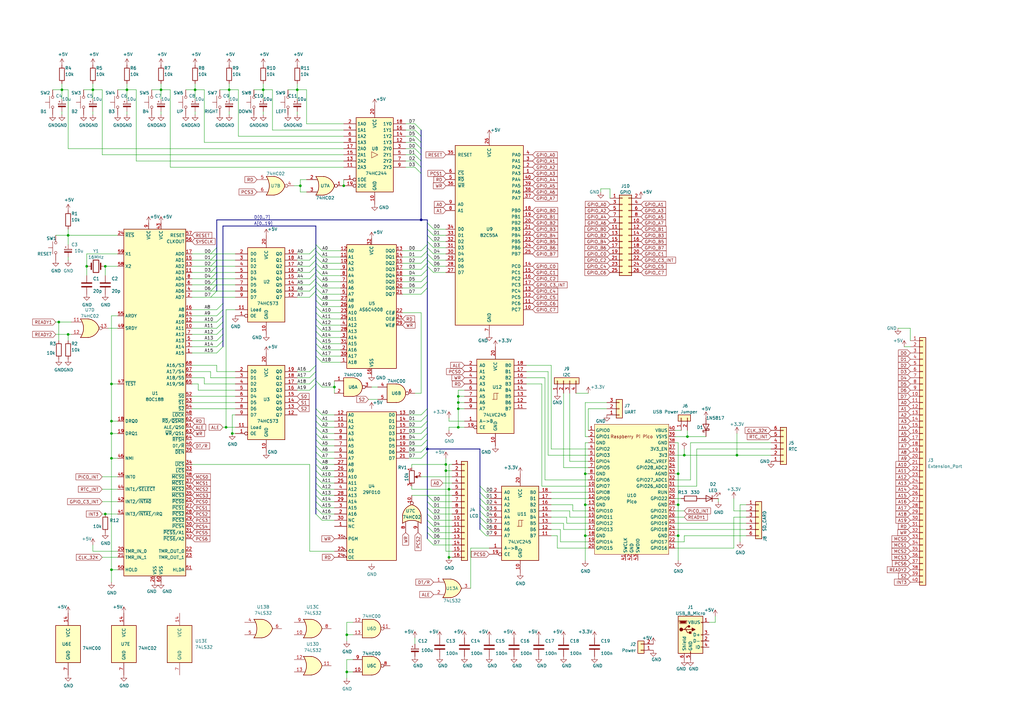
<source format=kicad_sch>
(kicad_sch (version 20230121) (generator eeschema)
  (paper "A3")
  (junction (at 302.26 186.69))
  (junction (at 184.15 200.66))
  (junction (at 172.72 90.17))
  (junction (at 80.01 36.83))
  (junction (at 278.13 194.31))
  (junction (at 45.72 157.48))
  (junction (at 281.94 179.07))
  (junction (at 175.26 184.15))
  (junction (at 137.16 158.75))
  (junction (at 187.96 162.56))
  (junction (at 121.92 36.83))
  (junction (at 184.15 228.6))
  (junction (at 45.72 172.72))
  (junction (at 93.98 36.83))
  (junction (at 45.72 177.8))
  (junction (at 92.71 175.26))
  (junction (at 240.03 194.31))
  (junction (at 38.1 36.83))
  (junction (at 142.24 260.35))
  (junction (at 280.67 186.69))
  (junction (at 240.03 207.01))
  (junction (at 43.18 109.22))
  (junction (at 27.94 137.16))
  (junction (at 278.13 207.01))
  (junction (at 140.97 76.2))
  (junction (at 278.13 219.71))
  (junction (at 35.56 109.22))
  (junction (at 187.96 167.64))
  (junction (at 45.72 233.68))
  (junction (at 52.07 36.83))
  (junction (at 43.18 210.82))
  (junction (at 142.24 275.59))
  (junction (at 107.95 36.83))
  (junction (at 182.88 193.04))
  (junction (at 66.04 36.83))
  (junction (at 182.88 190.5))
  (junction (at 45.72 187.96))
  (junction (at 123.19 76.2))
  (junction (at 187.96 175.26))
  (junction (at 27.94 96.52))
  (junction (at 95.25 177.8))
  (junction (at 25.4 36.83))
  (junction (at 240.03 219.71))
  (junction (at 24.13 132.08))
  (junction (at 187.96 165.1))
  (bus_entry (at 129.54 187.96) (size 2.54 2.54))
  (bus_entry (at 170.18 60.96) (size 2.54 2.54))
  (bus_entry (at 129.54 125.73) (size 2.54 2.54))
  (bus_entry (at 86.36 121.92) (size 2.54 -2.54))
  (bus_entry (at 86.36 119.38) (size 2.54 -2.54))
  (bus_entry (at 86.36 116.84) (size 2.54 -2.54))
  (bus_entry (at 86.36 111.76) (size 2.54 -2.54))
  (bus_entry (at 86.36 114.3) (size 2.54 -2.54))
  (bus_entry (at 86.36 109.22) (size 2.54 -2.54))
  (bus_entry (at 86.36 106.68) (size 2.54 -2.54))
  (bus_entry (at 86.36 104.14) (size 2.54 -2.54))
  (bus_entry (at 175.26 203.2) (size 2.54 2.54))
  (bus_entry (at 196.85 204.47) (size 2.54 2.54))
  (bus_entry (at 170.18 53.34) (size 2.54 2.54))
  (bus_entry (at 129.54 123.19) (size 2.54 2.54))
  (bus_entry (at 172.72 172.72) (size 2.54 -2.54))
  (bus_entry (at 127 104.14) (size 2.54 -2.54))
  (bus_entry (at 196.85 217.17) (size 2.54 2.54))
  (bus_entry (at 172.72 105.41) (size 2.54 -2.54))
  (bus_entry (at 172.72 182.88) (size 2.54 -2.54))
  (bus_entry (at 129.54 210.82) (size 2.54 2.54))
  (bus_entry (at 129.54 128.27) (size 2.54 2.54))
  (bus_entry (at 170.18 55.88) (size 2.54 2.54))
  (bus_entry (at 172.72 113.03) (size 2.54 -2.54))
  (bus_entry (at 170.18 58.42) (size 2.54 2.54))
  (bus_entry (at 196.85 207.01) (size 2.54 2.54))
  (bus_entry (at 129.54 133.35) (size 2.54 2.54))
  (bus_entry (at 129.54 110.49) (size 2.54 2.54))
  (bus_entry (at 127 157.48) (size 2.54 -2.54))
  (bus_entry (at 129.54 167.64) (size 2.54 2.54))
  (bus_entry (at 129.54 180.34) (size 2.54 2.54))
  (bus_entry (at 172.72 175.26) (size 2.54 -2.54))
  (bus_entry (at 127 160.02) (size 2.54 -2.54))
  (bus_entry (at 172.72 177.8) (size 2.54 -2.54))
  (bus_entry (at 175.26 213.36) (size 2.54 2.54))
  (bus_entry (at 175.26 220.98) (size 2.54 2.54))
  (bus_entry (at 129.54 140.97) (size 2.54 2.54))
  (bus_entry (at 127 152.4) (size 2.54 -2.54))
  (bus_entry (at 129.54 175.26) (size 2.54 2.54))
  (bus_entry (at 127 106.68) (size 2.54 -2.54))
  (bus_entry (at 172.72 170.18) (size 2.54 -2.54))
  (bus_entry (at 170.18 68.58) (size 2.54 2.54))
  (bus_entry (at 129.54 190.5) (size 2.54 2.54))
  (bus_entry (at 170.18 50.8) (size 2.54 2.54))
  (bus_entry (at 129.54 200.66) (size 2.54 2.54))
  (bus_entry (at 172.72 118.11) (size 2.54 -2.54))
  (bus_entry (at 129.54 135.89) (size 2.54 2.54))
  (bus_entry (at 170.18 63.5) (size 2.54 2.54))
  (bus_entry (at 129.54 102.87) (size 2.54 2.54))
  (bus_entry (at 127 111.76) (size 2.54 -2.54))
  (bus_entry (at 127 116.84) (size 2.54 -2.54))
  (bus_entry (at 175.26 109.22) (size 2.54 2.54))
  (bus_entry (at 175.26 104.14) (size 2.54 2.54))
  (bus_entry (at 175.26 101.6) (size 2.54 2.54))
  (bus_entry (at 175.26 106.68) (size 2.54 2.54))
  (bus_entry (at 175.26 96.52) (size 2.54 2.54))
  (bus_entry (at 175.26 99.06) (size 2.54 2.54))
  (bus_entry (at 175.26 93.98) (size 2.54 2.54))
  (bus_entry (at 175.26 91.44) (size 2.54 2.54))
  (bus_entry (at 175.26 208.28) (size 2.54 2.54))
  (bus_entry (at 172.72 115.57) (size 2.54 -2.54))
  (bus_entry (at 175.26 205.74) (size 2.54 2.54))
  (bus_entry (at 170.18 66.04) (size 2.54 2.54))
  (bus_entry (at 129.54 185.42) (size 2.54 2.54))
  (bus_entry (at 129.54 130.81) (size 2.54 2.54))
  (bus_entry (at 129.54 156.21) (size 2.54 2.54))
  (bus_entry (at 175.26 210.82) (size 2.54 2.54))
  (bus_entry (at 129.54 177.8) (size 2.54 2.54))
  (bus_entry (at 196.85 209.55) (size 2.54 2.54))
  (bus_entry (at 196.85 212.09) (size 2.54 2.54))
  (bus_entry (at 129.54 100.33) (size 2.54 2.54))
  (bus_entry (at 127 109.22) (size 2.54 -2.54))
  (bus_entry (at 129.54 182.88) (size 2.54 2.54))
  (bus_entry (at 129.54 115.57) (size 2.54 2.54))
  (bus_entry (at 129.54 138.43) (size 2.54 2.54))
  (bus_entry (at 129.54 198.12) (size 2.54 2.54))
  (bus_entry (at 129.54 203.2) (size 2.54 2.54))
  (bus_entry (at 172.72 107.95) (size 2.54 -2.54))
  (bus_entry (at 175.26 218.44) (size 2.54 2.54))
  (bus_entry (at 196.85 214.63) (size 2.54 2.54))
  (bus_entry (at 127 154.94) (size 2.54 -2.54))
  (bus_entry (at 127 114.3) (size 2.54 -2.54))
  (bus_entry (at 196.85 199.39) (size 2.54 2.54))
  (bus_entry (at 129.54 170.18) (size 2.54 2.54))
  (bus_entry (at 129.54 107.95) (size 2.54 2.54))
  (bus_entry (at 129.54 208.28) (size 2.54 2.54))
  (bus_entry (at 172.72 120.65) (size 2.54 -2.54))
  (bus_entry (at 127 121.92) (size 2.54 -2.54))
  (bus_entry (at 129.54 118.11) (size 2.54 2.54))
  (bus_entry (at 127 119.38) (size 2.54 -2.54))
  (bus_entry (at 129.54 113.03) (size 2.54 2.54))
  (bus_entry (at 196.85 201.93) (size 2.54 2.54))
  (bus_entry (at 172.72 185.42) (size 2.54 -2.54))
  (bus_entry (at 129.54 105.41) (size 2.54 2.54))
  (bus_entry (at 172.72 180.34) (size 2.54 -2.54))
  (bus_entry (at 172.72 102.87) (size 2.54 -2.54))
  (bus_entry (at 129.54 146.05) (size 2.54 2.54))
  (bus_entry (at 129.54 195.58) (size 2.54 2.54))
  (bus_entry (at 129.54 193.04) (size 2.54 2.54))
  (bus_entry (at 129.54 205.74) (size 2.54 2.54))
  (bus_entry (at 88.9 139.7) (size 2.54 -2.54))
  (bus_entry (at 88.9 134.62) (size 2.54 -2.54))
  (bus_entry (at 88.9 137.16) (size 2.54 -2.54))
  (bus_entry (at 88.9 144.78) (size 2.54 -2.54))
  (bus_entry (at 88.9 142.24) (size 2.54 -2.54))
  (bus_entry (at 88.9 129.54) (size 2.54 -2.54))
  (bus_entry (at 88.9 132.08) (size 2.54 -2.54))
  (bus_entry (at 88.9 127) (size 2.54 -2.54))
  (bus_entry (at 129.54 143.51) (size 2.54 2.54))
  (bus_entry (at 172.72 110.49) (size 2.54 -2.54))
  (bus_entry (at 129.54 172.72) (size 2.54 2.54))
  (bus_entry (at 172.72 187.96) (size 2.54 -2.54))
  (bus_entry (at 175.26 215.9) (size 2.54 2.54))
  (bus_entry (at 129.54 120.65) (size 2.54 2.54))
  (wire (pts (xy 144.78 270.51) (xy 142.24 270.51)))
  (wire (pts (xy 78.74 134.62) (xy 88.9 134.62)))
  (wire (pts (xy 285.75 199.39) (xy 285.75 184.15)))
  (wire (pts (xy 241.3 194.31) (xy 240.03 194.31)))
  (wire (pts (xy 276.86 181.61) (xy 278.13 181.61)))
  (wire (pts (xy 302.26 186.69) (xy 316.23 186.69)))
  (wire (pts (xy 25.4 45.72) (xy 25.4 46.99)))
  (wire (pts (xy 224.79 152.4) (xy 224.79 186.69)))
  (wire (pts (xy 140.97 58.42) (xy 83.82 58.42)))
  (wire (pts (xy 177.8 215.9) (xy 185.42 215.9)))
  (bus (pts (xy 196.85 201.93) (xy 196.85 204.47)))
  (wire (pts (xy 226.06 214.63) (xy 231.14 214.63)))
  (wire (pts (xy 55.88 66.04) (xy 55.88 36.83)))
  (wire (pts (xy 45.72 129.54) (xy 45.72 157.48)))
  (wire (pts (xy 276.86 209.55) (xy 280.67 209.55)))
  (wire (pts (xy 241.3 191.77) (xy 231.14 191.77)))
  (bus (pts (xy 129.54 119.38) (xy 129.54 120.65)))
  (wire (pts (xy 24.13 132.08) (xy 24.13 139.7)))
  (bus (pts (xy 88.9 106.68) (xy 88.9 109.22)))
  (wire (pts (xy 241.3 179.07) (xy 240.03 179.07)))
  (wire (pts (xy 38.1 34.29) (xy 38.1 36.83)))
  (wire (pts (xy 25.4 36.83) (xy 21.59 36.83)))
  (wire (pts (xy 233.68 189.23) (xy 233.68 161.29)))
  (bus (pts (xy 175.26 213.36) (xy 175.26 215.9)))
  (bus (pts (xy 175.26 91.44) (xy 175.26 93.98)))
  (wire (pts (xy 22.86 137.16) (xy 27.94 137.16)))
  (wire (pts (xy 187.96 162.56) (xy 187.96 165.1)))
  (wire (pts (xy 166.37 60.96) (xy 170.18 60.96)))
  (bus (pts (xy 88.9 90.17) (xy 172.72 90.17)))
  (wire (pts (xy 107.95 34.29) (xy 107.95 36.83)))
  (bus (pts (xy 129.54 187.96) (xy 129.54 190.5)))
  (wire (pts (xy 107.95 36.83) (xy 107.95 40.64)))
  (wire (pts (xy 120.65 76.2) (xy 123.19 76.2)))
  (bus (pts (xy 175.26 106.68) (xy 175.26 107.95)))
  (wire (pts (xy 132.08 208.28) (xy 137.16 208.28)))
  (wire (pts (xy 132.08 125.73) (xy 139.7 125.73)))
  (bus (pts (xy 91.44 134.62) (xy 91.44 137.16)))
  (wire (pts (xy 142.24 275.59) (xy 144.78 275.59)))
  (wire (pts (xy 167.64 187.96) (xy 172.72 187.96)))
  (wire (pts (xy 276.86 176.53) (xy 279.4 176.53)))
  (wire (pts (xy 303.53 207.01) (xy 303.53 222.25)))
  (wire (pts (xy 80.01 36.83) (xy 76.2 36.83)))
  (wire (pts (xy 177.8 104.14) (xy 182.88 104.14)))
  (wire (pts (xy 280.67 219.71) (xy 280.67 222.25)))
  (bus (pts (xy 129.54 195.58) (xy 129.54 198.12)))
  (wire (pts (xy 165.1 105.41) (xy 172.72 105.41)))
  (wire (pts (xy 132.08 115.57) (xy 139.7 115.57)))
  (bus (pts (xy 175.26 118.11) (xy 175.26 167.64)))
  (wire (pts (xy 132.08 118.11) (xy 139.7 118.11)))
  (wire (pts (xy 125.73 36.83) (xy 121.92 36.83)))
  (wire (pts (xy 172.72 128.27) (xy 165.1 128.27)))
  (wire (pts (xy 27.94 96.52) (xy 22.86 96.52)))
  (wire (pts (xy 306.07 209.55) (xy 300.99 209.55)))
  (wire (pts (xy 88.9 104.14) (xy 96.52 104.14)))
  (bus (pts (xy 129.54 138.43) (xy 129.54 140.97)))
  (wire (pts (xy 132.08 187.96) (xy 137.16 187.96)))
  (wire (pts (xy 132.08 213.36) (xy 137.16 213.36)))
  (wire (pts (xy 278.13 194.31) (xy 278.13 207.01)))
  (wire (pts (xy 294.64 204.47) (xy 294.64 205.74)))
  (wire (pts (xy 35.56 104.14) (xy 35.56 109.22)))
  (bus (pts (xy 175.26 203.2) (xy 175.26 205.74)))
  (wire (pts (xy 132.08 195.58) (xy 137.16 195.58)))
  (wire (pts (xy 193.04 224.79) (xy 193.04 241.3)))
  (wire (pts (xy 107.95 45.72) (xy 107.95 46.99)))
  (wire (pts (xy 233.68 212.09) (xy 241.3 212.09)))
  (bus (pts (xy 129.54 172.72) (xy 129.54 175.26)))
  (wire (pts (xy 38.1 226.06) (xy 38.1 223.52)))
  (wire (pts (xy 80.01 34.29) (xy 80.01 36.83)))
  (bus (pts (xy 175.26 215.9) (xy 175.26 218.44)))
  (wire (pts (xy 234.95 209.55) (xy 241.3 209.55)))
  (bus (pts (xy 91.44 124.46) (xy 91.44 127)))
  (bus (pts (xy 129.54 143.51) (xy 129.54 146.05)))
  (bus (pts (xy 129.54 170.18) (xy 129.54 172.72)))
  (bus (pts (xy 175.26 93.98) (xy 175.26 96.52)))
  (wire (pts (xy 121.92 104.14) (xy 127 104.14)))
  (wire (pts (xy 246.38 77.47) (xy 250.19 77.47)))
  (wire (pts (xy 302.26 177.8) (xy 302.26 186.69)))
  (wire (pts (xy 86.36 104.14) (xy 88.9 104.14)))
  (wire (pts (xy 78.74 119.38) (xy 86.36 119.38)))
  (bus (pts (xy 129.54 193.04) (xy 129.54 195.58)))
  (wire (pts (xy 121.92 109.22) (xy 127 109.22)))
  (wire (pts (xy 283.21 181.61) (xy 316.23 181.61)))
  (wire (pts (xy 240.03 219.71) (xy 241.3 219.71)))
  (wire (pts (xy 276.86 219.71) (xy 278.13 219.71)))
  (wire (pts (xy 121.92 119.38) (xy 127 119.38)))
  (wire (pts (xy 78.74 106.68) (xy 86.36 106.68)))
  (wire (pts (xy 140.97 68.58) (xy 69.85 68.58)))
  (bus (pts (xy 172.72 90.17) (xy 175.26 90.17)))
  (wire (pts (xy 66.04 36.83) (xy 62.23 36.83)))
  (wire (pts (xy 278.13 207.01) (xy 278.13 219.71)))
  (bus (pts (xy 91.44 137.16) (xy 91.44 139.7)))
  (wire (pts (xy 300.99 212.09) (xy 300.99 224.79)))
  (wire (pts (xy 86.36 111.76) (xy 88.9 111.76)))
  (bus (pts (xy 175.26 175.26) (xy 175.26 177.8)))
  (wire (pts (xy 181.61 198.12) (xy 185.42 198.12)))
  (wire (pts (xy 177.8 205.74) (xy 185.42 205.74)))
  (bus (pts (xy 129.54 101.6) (xy 129.54 102.87)))
  (wire (pts (xy 166.37 68.58) (xy 170.18 68.58)))
  (wire (pts (xy 240.03 165.1) (xy 248.92 165.1)))
  (wire (pts (xy 241.3 181.61) (xy 240.03 181.61)))
  (wire (pts (xy 86.36 106.68) (xy 88.9 106.68)))
  (wire (pts (xy 140.97 53.34) (xy 111.76 53.34)))
  (wire (pts (xy 86.36 152.4) (xy 86.36 154.94)))
  (wire (pts (xy 132.08 102.87) (xy 139.7 102.87)))
  (wire (pts (xy 226.06 201.93) (xy 241.3 201.93)))
  (wire (pts (xy 45.72 172.72) (xy 48.26 172.72)))
  (wire (pts (xy 226.06 209.55) (xy 233.68 209.55)))
  (wire (pts (xy 306.07 207.01) (xy 303.53 207.01)))
  (wire (pts (xy 132.08 128.27) (xy 139.7 128.27)))
  (bus (pts (xy 129.54 177.8) (xy 129.54 180.34)))
  (wire (pts (xy 78.74 152.4) (xy 86.36 152.4)))
  (wire (pts (xy 276.86 194.31) (xy 278.13 194.31)))
  (wire (pts (xy 88.9 116.84) (xy 96.52 116.84)))
  (bus (pts (xy 129.54 107.95) (xy 129.54 109.22)))
  (wire (pts (xy 93.98 45.72) (xy 93.98 46.99)))
  (wire (pts (xy 177.8 93.98) (xy 182.88 93.98)))
  (wire (pts (xy 27.94 93.98) (xy 27.94 96.52)))
  (wire (pts (xy 182.88 193.04) (xy 182.88 226.06)))
  (wire (pts (xy 24.13 132.08) (xy 29.21 132.08)))
  (bus (pts (xy 129.54 102.87) (xy 129.54 104.14)))
  (wire (pts (xy 78.74 144.78) (xy 88.9 144.78)))
  (wire (pts (xy 226.06 184.15) (xy 241.3 184.15)))
  (bus (pts (xy 129.54 167.64) (xy 129.54 170.18)))
  (wire (pts (xy 222.25 199.39) (xy 241.3 199.39)))
  (wire (pts (xy 232.41 214.63) (xy 241.3 214.63)))
  (wire (pts (xy 43.18 109.22) (xy 48.26 109.22)))
  (wire (pts (xy 78.74 137.16) (xy 88.9 137.16)))
  (wire (pts (xy 132.08 133.35) (xy 139.7 133.35)))
  (wire (pts (xy 78.74 111.76) (xy 86.36 111.76)))
  (wire (pts (xy 276.86 217.17) (xy 306.07 217.17)))
  (bus (pts (xy 88.9 90.17) (xy 88.9 101.6)))
  (wire (pts (xy 44.45 134.62) (xy 48.26 134.62)))
  (wire (pts (xy 187.96 162.56) (xy 190.5 162.56)))
  (wire (pts (xy 177.8 213.36) (xy 185.42 213.36)))
  (wire (pts (xy 27.94 36.83) (xy 27.94 60.96)))
  (wire (pts (xy 246.38 77.47) (xy 246.38 78.74)))
  (bus (pts (xy 129.54 200.66) (xy 129.54 203.2)))
  (bus (pts (xy 88.9 116.84) (xy 88.9 119.38)))
  (wire (pts (xy 27.94 96.52) (xy 48.26 96.52)))
  (bus (pts (xy 175.26 100.33) (xy 175.26 101.6)))
  (wire (pts (xy 140.97 50.8) (xy 125.73 50.8)))
  (bus (pts (xy 175.26 218.44) (xy 175.26 220.98)))
  (wire (pts (xy 52.07 45.72) (xy 52.07 46.99)))
  (wire (pts (xy 276.86 207.01) (xy 278.13 207.01)))
  (bus (pts (xy 129.54 133.35) (xy 129.54 135.89)))
  (wire (pts (xy 151.13 163.83) (xy 154.94 163.83)))
  (bus (pts (xy 88.9 101.6) (xy 88.9 104.14)))
  (wire (pts (xy 78.74 116.84) (xy 86.36 116.84)))
  (wire (pts (xy 86.36 154.94) (xy 96.52 154.94)))
  (wire (pts (xy 140.97 76.2) (xy 140.97 73.66)))
  (wire (pts (xy 78.74 162.56) (xy 96.52 162.56)))
  (wire (pts (xy 92.71 127) (xy 92.71 175.26)))
  (wire (pts (xy 78.74 104.14) (xy 86.36 104.14)))
  (wire (pts (xy 276.86 196.85) (xy 283.21 196.85)))
  (wire (pts (xy 95.25 170.18) (xy 95.25 177.8)))
  (bus (pts (xy 175.26 102.87) (xy 175.26 104.14)))
  (wire (pts (xy 140.97 55.88) (xy 97.79 55.88)))
  (wire (pts (xy 165.1 118.11) (xy 172.72 118.11)))
  (bus (pts (xy 129.54 180.34) (xy 129.54 182.88)))
  (bus (pts (xy 129.54 109.22) (xy 129.54 110.49)))
  (wire (pts (xy 278.13 181.61) (xy 278.13 194.31)))
  (bus (pts (xy 175.26 184.15) (xy 175.26 182.88)))
  (wire (pts (xy 137.16 226.06) (xy 127 226.06)))
  (wire (pts (xy 78.74 139.7) (xy 88.9 139.7)))
  (wire (pts (xy 290.83 255.27) (xy 293.37 255.27)))
  (wire (pts (xy 88.9 109.22) (xy 96.52 109.22)))
  (bus (pts (xy 129.54 100.33) (xy 129.54 101.6)))
  (wire (pts (xy 78.74 142.24) (xy 88.9 142.24)))
  (wire (pts (xy 276.86 214.63) (xy 306.07 214.63)))
  (wire (pts (xy 121.92 36.83) (xy 121.92 40.64)))
  (wire (pts (xy 78.74 127) (xy 88.9 127)))
  (wire (pts (xy 121.92 160.02) (xy 127 160.02)))
  (wire (pts (xy 190.5 160.02) (xy 187.96 160.02)))
  (wire (pts (xy 140.97 63.5) (xy 41.91 63.5)))
  (wire (pts (xy 132.08 170.18) (xy 137.16 170.18)))
  (wire (pts (xy 52.07 36.83) (xy 48.26 36.83)))
  (wire (pts (xy 276.86 212.09) (xy 280.67 212.09)))
  (wire (pts (xy 132.08 172.72) (xy 137.16 172.72)))
  (bus (pts (xy 175.26 177.8) (xy 175.26 180.34)))
  (wire (pts (xy 132.08 180.34) (xy 137.16 180.34)))
  (wire (pts (xy 172.72 161.29) (xy 172.72 128.27)))
  (wire (pts (xy 167.64 185.42) (xy 172.72 185.42)))
  (bus (pts (xy 196.85 207.01) (xy 196.85 209.55)))
  (wire (pts (xy 177.8 109.22) (xy 182.88 109.22)))
  (wire (pts (xy 137.16 156.21) (xy 137.16 158.75)))
  (wire (pts (xy 93.98 36.83) (xy 90.17 36.83)))
  (wire (pts (xy 187.96 167.64) (xy 190.5 167.64)))
  (wire (pts (xy 199.39 212.09) (xy 200.66 212.09)))
  (wire (pts (xy 132.08 123.19) (xy 139.7 123.19)))
  (wire (pts (xy 27.94 139.7) (xy 27.94 137.16)))
  (wire (pts (xy 25.4 36.83) (xy 27.94 36.83)))
  (wire (pts (xy 48.26 226.06) (xy 38.1 226.06)))
  (wire (pts (xy 43.18 109.22) (xy 43.18 113.03)))
  (wire (pts (xy 177.8 220.98) (xy 185.42 220.98)))
  (bus (pts (xy 91.44 129.54) (xy 91.44 132.08)))
  (wire (pts (xy 123.19 78.74) (xy 123.19 76.2)))
  (bus (pts (xy 129.54 208.28) (xy 129.54 210.82)))
  (wire (pts (xy 226.06 217.17) (xy 229.87 217.17)))
  (wire (pts (xy 226.06 207.01) (xy 234.95 207.01)))
  (wire (pts (xy 86.36 114.3) (xy 88.9 114.3)))
  (wire (pts (xy 293.37 255.27) (xy 293.37 252.73)))
  (wire (pts (xy 185.42 190.5) (xy 184.15 190.5)))
  (wire (pts (xy 111.76 36.83) (xy 107.95 36.83)))
  (wire (pts (xy 168.91 190.5) (xy 182.88 190.5)))
  (wire (pts (xy 52.07 36.83) (xy 52.07 40.64)))
  (bus (pts (xy 172.72 63.5) (xy 172.72 66.04)))
  (wire (pts (xy 83.82 154.94) (xy 83.82 157.48)))
  (wire (pts (xy 231.14 214.63) (xy 231.14 217.17)))
  (wire (pts (xy 132.08 148.59) (xy 139.7 148.59)))
  (wire (pts (xy 48.26 129.54) (xy 45.72 129.54)))
  (bus (pts (xy 91.44 92.71) (xy 91.44 124.46)))
  (wire (pts (xy 132.08 107.95) (xy 139.7 107.95)))
  (wire (pts (xy 132.08 175.26) (xy 137.16 175.26)))
  (wire (pts (xy 170.18 261.62) (xy 170.18 264.16)))
  (wire (pts (xy 223.52 196.85) (xy 241.3 196.85)))
  (bus (pts (xy 129.54 157.48) (xy 129.54 167.64)))
  (bus (pts (xy 129.54 111.76) (xy 129.54 113.03)))
  (wire (pts (xy 83.82 157.48) (xy 96.52 157.48)))
  (wire (pts (xy 226.06 219.71) (xy 228.6 219.71)))
  (wire (pts (xy 27.94 137.16) (xy 29.21 137.16)))
  (wire (pts (xy 182.88 187.96) (xy 182.88 190.5)))
  (wire (pts (xy 184.15 200.66) (xy 184.15 228.6)))
  (bus (pts (xy 129.54 92.71) (xy 129.54 100.33)))
  (wire (pts (xy 185.42 226.06) (xy 182.88 226.06)))
  (wire (pts (xy 250.19 77.47) (xy 250.19 81.28)))
  (bus (pts (xy 196.85 199.39) (xy 196.85 184.15)))
  (wire (pts (xy 78.74 157.48) (xy 81.28 157.48)))
  (wire (pts (xy 25.4 34.29) (xy 25.4 36.83)))
  (bus (pts (xy 196.85 184.15) (xy 175.26 184.15)))
  (bus (pts (xy 91.44 127) (xy 91.44 129.54)))
  (bus (pts (xy 196.85 214.63) (xy 196.85 217.17)))
  (wire (pts (xy 231.14 217.17) (xy 241.3 217.17)))
  (bus (pts (xy 175.26 115.57) (xy 175.26 118.11)))
  (wire (pts (xy 121.92 106.68) (xy 127 106.68)))
  (wire (pts (xy 226.06 204.47) (xy 241.3 204.47)))
  (wire (pts (xy 41.91 36.83) (xy 41.91 63.5)))
  (wire (pts (xy 177.8 210.82) (xy 185.42 210.82)))
  (wire (pts (xy 88.9 111.76) (xy 96.52 111.76)))
  (wire (pts (xy 41.91 36.83) (xy 38.1 36.83)))
  (wire (pts (xy 199.39 219.71) (xy 200.66 219.71)))
  (wire (pts (xy 222.25 157.48) (xy 222.25 199.39)))
  (wire (pts (xy 140.97 66.04) (xy 55.88 66.04)))
  (wire (pts (xy 177.8 208.28) (xy 185.42 208.28)))
  (wire (pts (xy 199.39 214.63) (xy 200.66 214.63)))
  (bus (pts (xy 129.54 154.94) (xy 129.54 156.21)))
  (bus (pts (xy 175.26 96.52) (xy 175.26 99.06)))
  (wire (pts (xy 125.73 78.74) (xy 123.19 78.74)))
  (wire (pts (xy 177.8 218.44) (xy 185.42 218.44)))
  (wire (pts (xy 97.79 36.83) (xy 93.98 36.83)))
  (wire (pts (xy 240.03 181.61) (xy 240.03 194.31)))
  (wire (pts (xy 91.44 175.26) (xy 92.71 175.26)))
  (wire (pts (xy 236.22 161.29) (xy 241.3 161.29)))
  (bus (pts (xy 129.54 110.49) (xy 129.54 111.76)))
  (bus (pts (xy 175.26 110.49) (xy 175.26 113.03)))
  (wire (pts (xy 132.08 210.82) (xy 137.16 210.82)))
  (wire (pts (xy 132.08 135.89) (xy 139.7 135.89)))
  (bus (pts (xy 175.26 107.95) (xy 175.26 109.22)))
  (wire (pts (xy 177.8 96.52) (xy 182.88 96.52)))
  (wire (pts (xy 41.91 205.74) (xy 48.26 205.74)))
  (wire (pts (xy 184.15 172.72) (xy 184.15 171.45)))
  (wire (pts (xy 78.74 154.94) (xy 83.82 154.94)))
  (bus (pts (xy 175.26 105.41) (xy 175.26 106.68)))
  (wire (pts (xy 187.96 175.26) (xy 184.15 175.26)))
  (bus (pts (xy 129.54 157.48) (xy 129.54 156.21)))
  (wire (pts (xy 132.08 190.5) (xy 137.16 190.5)))
  (wire (pts (xy 95.25 170.18) (xy 96.52 170.18)))
  (wire (pts (xy 43.18 210.82) (xy 48.26 210.82)))
  (wire (pts (xy 132.08 203.2) (xy 137.16 203.2)))
  (wire (pts (xy 368.3 134.62) (xy 373.38 134.62)))
  (wire (pts (xy 165.1 120.65) (xy 172.72 120.65)))
  (wire (pts (xy 121.92 114.3) (xy 127 114.3)))
  (wire (pts (xy 241.3 167.64) (xy 241.3 176.53)))
  (wire (pts (xy 281.94 176.53) (xy 281.94 179.07)))
  (wire (pts (xy 121.92 121.92) (xy 127 121.92)))
  (bus (pts (xy 129.54 113.03) (xy 129.54 114.3)))
  (wire (pts (xy 215.9 154.94) (xy 223.52 154.94)))
  (wire (pts (xy 248.92 167.64) (xy 241.3 167.64)))
  (bus (pts (xy 129.54 115.57) (xy 129.54 116.84)))
  (wire (pts (xy 97.79 55.88) (xy 97.79 36.83)))
  (wire (pts (xy 142.24 270.51) (xy 142.24 275.59)))
  (bus (pts (xy 175.26 180.34) (xy 175.26 182.88)))
  (wire (pts (xy 167.64 172.72) (xy 172.72 172.72)))
  (wire (pts (xy 45.72 233.68) (xy 45.72 238.76)))
  (wire (pts (xy 132.08 120.65) (xy 139.7 120.65)))
  (wire (pts (xy 95.25 177.8) (xy 96.52 177.8)))
  (bus (pts (xy 88.9 111.76) (xy 88.9 114.3)))
  (wire (pts (xy 168.91 200.66) (xy 184.15 200.66)))
  (wire (pts (xy 35.56 109.22) (xy 35.56 113.03)))
  (wire (pts (xy 276.86 199.39) (xy 285.75 199.39)))
  (wire (pts (xy 93.98 34.29) (xy 93.98 36.83)))
  (wire (pts (xy 48.26 157.48) (xy 45.72 157.48)))
  (wire (pts (xy 229.87 217.17) (xy 229.87 222.25)))
  (wire (pts (xy 78.74 114.3) (xy 86.36 114.3)))
  (wire (pts (xy 241.3 189.23) (xy 233.68 189.23)))
  (wire (pts (xy 121.92 154.94) (xy 127 154.94)))
  (wire (pts (xy 121.92 45.72) (xy 121.92 46.99)))
  (wire (pts (xy 81.28 157.48) (xy 81.28 160.02)))
  (wire (pts (xy 184.15 228.6) (xy 185.42 228.6)))
  (bus (pts (xy 129.54 125.73) (xy 129.54 128.27)))
  (wire (pts (xy 132.08 177.8) (xy 137.16 177.8)))
  (wire (pts (xy 166.37 63.5) (xy 170.18 63.5)))
  (wire (pts (xy 132.08 158.75) (xy 137.16 158.75)))
  (wire (pts (xy 45.72 177.8) (xy 48.26 177.8)))
  (bus (pts (xy 175.26 90.17) (xy 175.26 91.44)))
  (wire (pts (xy 184.15 172.72) (xy 190.5 172.72)))
  (wire (pts (xy 88.9 149.86) (xy 88.9 152.4)))
  (wire (pts (xy 78.74 132.08) (xy 88.9 132.08)))
  (wire (pts (xy 187.96 165.1) (xy 190.5 165.1)))
  (bus (pts (xy 196.85 199.39) (xy 196.85 201.93)))
  (wire (pts (xy 132.08 185.42) (xy 137.16 185.42)))
  (wire (pts (xy 177.8 101.6) (xy 182.88 101.6)))
  (wire (pts (xy 199.39 209.55) (xy 200.66 209.55)))
  (wire (pts (xy 167.64 180.34) (xy 172.72 180.34)))
  (bus (pts (xy 129.54 140.97) (xy 129.54 143.51)))
  (wire (pts (xy 52.07 34.29) (xy 52.07 36.83)))
  (wire (pts (xy 172.72 161.29) (xy 170.18 161.29)))
  (bus (pts (xy 129.54 146.05) (xy 129.54 149.86)))
  (bus (pts (xy 88.9 104.14) (xy 88.9 106.68)))
  (wire (pts (xy 41.91 228.6) (xy 48.26 228.6)))
  (wire (pts (xy 276.86 222.25) (xy 280.67 222.25)))
  (bus (pts (xy 129.54 185.42) (xy 129.54 187.96)))
  (wire (pts (xy 199.39 201.93) (xy 200.66 201.93)))
  (bus (pts (xy 129.54 116.84) (xy 129.54 118.11)))
  (wire (pts (xy 233.68 209.55) (xy 233.68 212.09)))
  (wire (pts (xy 41.91 195.58) (xy 48.26 195.58)))
  (wire (pts (xy 107.95 36.83) (xy 104.14 36.83)))
  (wire (pts (xy 88.9 119.38) (xy 96.52 119.38)))
  (bus (pts (xy 172.72 60.96) (xy 172.72 63.5)))
  (wire (pts (xy 167.64 177.8) (xy 172.72 177.8)))
  (wire (pts (xy 152.4 158.75) (xy 154.94 158.75)))
  (wire (pts (xy 78.74 109.22) (xy 86.36 109.22)))
  (wire (pts (xy 88.9 114.3) (xy 96.52 114.3)))
  (wire (pts (xy 276.86 204.47) (xy 279.4 204.47)))
  (wire (pts (xy 48.26 187.96) (xy 45.72 187.96)))
  (wire (pts (xy 25.4 36.83) (xy 25.4 40.64)))
  (bus (pts (xy 175.26 185.42) (xy 175.26 203.2)))
  (wire (pts (xy 80.01 36.83) (xy 80.01 40.64)))
  (wire (pts (xy 142.24 260.35) (xy 144.78 260.35)))
  (wire (pts (xy 165.1 115.57) (xy 172.72 115.57)))
  (wire (pts (xy 142.24 255.27) (xy 142.24 260.35)))
  (wire (pts (xy 215.9 157.48) (xy 222.25 157.48)))
  (wire (pts (xy 127 190.5) (xy 78.74 190.5)))
  (bus (pts (xy 129.54 106.68) (xy 129.54 107.95)))
  (bus (pts (xy 129.54 123.19) (xy 129.54 125.73)))
  (wire (pts (xy 165.1 110.49) (xy 172.72 110.49)))
  (bus (pts (xy 172.72 68.58) (xy 172.72 71.12)))
  (bus (pts (xy 175.26 172.72) (xy 175.26 175.26)))
  (wire (pts (xy 175.26 203.2) (xy 185.42 203.2)))
  (wire (pts (xy 187.96 167.64) (xy 187.96 175.26)))
  (wire (pts (xy 182.88 193.04) (xy 185.42 193.04)))
  (wire (pts (xy 132.08 200.66) (xy 137.16 200.66)))
  (wire (pts (xy 132.08 182.88) (xy 137.16 182.88)))
  (wire (pts (xy 306.07 212.09) (xy 300.99 212.09)))
  (wire (pts (xy 240.03 194.31) (xy 240.03 207.01)))
  (bus (pts (xy 172.72 53.34) (xy 172.72 55.88)))
  (wire (pts (xy 285.75 184.15) (xy 316.23 184.15)))
  (bus (pts (xy 129.54 120.65) (xy 129.54 123.19)))
  (wire (pts (xy 41.91 200.66) (xy 48.26 200.66)))
  (wire (pts (xy 78.74 121.92) (xy 86.36 121.92)))
  (bus (pts (xy 91.44 139.7) (xy 91.44 142.24)))
  (wire (pts (xy 132.08 146.05) (xy 139.7 146.05)))
  (wire (pts (xy 240.03 229.87) (xy 240.03 219.71)))
  (wire (pts (xy 306.07 219.71) (xy 280.67 219.71)))
  (bus (pts (xy 196.85 209.55) (xy 196.85 212.09)))
  (bus (pts (xy 172.72 55.88) (xy 172.72 58.42)))
  (bus (pts (xy 129.54 175.26) (xy 129.54 177.8)))
  (wire (pts (xy 226.06 212.09) (xy 232.41 212.09)))
  (wire (pts (xy 231.14 191.77) (xy 231.14 161.29)))
  (wire (pts (xy 168.91 199.39) (xy 168.91 200.66)))
  (bus (pts (xy 129.54 105.41) (xy 129.54 106.68)))
  (wire (pts (xy 86.36 109.22) (xy 88.9 109.22)))
  (wire (pts (xy 132.08 130.81) (xy 139.7 130.81)))
  (bus (pts (xy 129.54 128.27) (xy 129.54 130.81)))
  (wire (pts (xy 88.9 152.4) (xy 96.52 152.4)))
  (wire (pts (xy 283.21 196.85) (xy 283.21 181.61)))
  (wire (pts (xy 182.88 190.5) (xy 182.88 193.04)))
  (wire (pts (xy 121.92 152.4) (xy 127 152.4)))
  (wire (pts (xy 184.15 190.5) (xy 184.15 200.66)))
  (wire (pts (xy 165.1 102.87) (xy 172.72 102.87)))
  (wire (pts (xy 187.96 160.02) (xy 187.96 162.56)))
  (wire (pts (xy 81.28 160.02) (xy 96.52 160.02)))
  (wire (pts (xy 27.94 105.41) (xy 27.94 106.68)))
  (bus (pts (xy 129.54 203.2) (xy 129.54 205.74)))
  (bus (pts (xy 175.26 210.82) (xy 175.26 213.36)))
  (wire (pts (xy 121.92 36.83) (xy 118.11 36.83)))
  (wire (pts (xy 41.91 210.82) (xy 43.18 210.82)))
  (wire (pts (xy 38.1 36.83) (xy 34.29 36.83)))
  (wire (pts (xy 177.8 106.68) (xy 182.88 106.68)))
  (wire (pts (xy 69.85 68.58) (xy 69.85 36.83)))
  (wire (pts (xy 66.04 34.29) (xy 66.04 36.83)))
  (bus (pts (xy 88.9 114.3) (xy 88.9 116.84)))
  (bus (pts (xy 175.26 205.74) (xy 175.26 208.28)))
  (wire (pts (xy 226.06 149.86) (xy 226.06 184.15)))
  (wire (pts (xy 121.92 157.48) (xy 127 157.48)))
  (wire (pts (xy 165.1 107.95) (xy 172.72 107.95)))
  (wire (pts (xy 229.87 222.25) (xy 241.3 222.25)))
  (bus (pts (xy 129.54 152.4) (xy 129.54 154.94)))
  (wire (pts (xy 27.94 96.52) (xy 27.94 100.33)))
  (bus (pts (xy 175.26 104.14) (xy 175.26 105.41)))
  (wire (pts (xy 96.52 127) (xy 92.71 127)))
  (wire (pts (xy 373.38 134.62) (xy 373.38 139.7)))
  (wire (pts (xy 215.9 149.86) (xy 226.06 149.86)))
  (bus (pts (xy 129.54 118.11) (xy 129.54 119.38)))
  (wire (pts (xy 166.37 66.04) (xy 170.18 66.04)))
  (wire (pts (xy 45.72 177.8) (xy 45.72 187.96)))
  (wire (pts (xy 370.84 142.24) (xy 373.38 142.24)))
  (bus (pts (xy 175.26 109.22) (xy 175.26 110.49)))
  (wire (pts (xy 184.15 200.66) (xy 185.42 200.66)))
  (wire (pts (xy 66.04 36.83) (xy 66.04 40.64)))
  (wire (pts (xy 280.67 184.15) (xy 280.67 186.69)))
  (wire (pts (xy 111.76 53.34) (xy 111.76 36.83)))
  (wire (pts (xy 168.91 203.2) (xy 175.26 203.2)))
  (bus (pts (xy 175.26 113.03) (xy 175.26 115.57)))
  (bus (pts (xy 129.54 104.14) (xy 129.54 105.41)))
  (wire (pts (xy 121.92 111.76) (xy 127 111.76)))
  (wire (pts (xy 166.37 55.88) (xy 170.18 55.88)))
  (bus (pts (xy 175.26 184.15) (xy 175.26 185.42)))
  (wire (pts (xy 177.8 223.52) (xy 185.42 223.52)))
  (wire (pts (xy 127 226.06) (xy 127 190.5)))
  (bus (pts (xy 175.26 99.06) (xy 175.26 100.33)))
  (wire (pts (xy 144.78 255.27) (xy 142.24 255.27)))
  (wire (pts (xy 228.6 219.71) (xy 228.6 224.79)))
  (wire (pts (xy 276.86 186.69) (xy 280.67 186.69)))
  (wire (pts (xy 232.41 212.09) (xy 232.41 214.63)))
  (wire (pts (xy 190.5 175.26) (xy 187.96 175.26)))
  (bus (pts (xy 129.54 135.89) (xy 129.54 138.43)))
  (wire (pts (xy 55.88 36.83) (xy 52.07 36.83)))
  (wire (pts (xy 27.94 60.96) (xy 140.97 60.96)))
  (wire (pts (xy 45.72 157.48) (xy 45.72 172.72)))
  (wire (pts (xy 280.67 186.69) (xy 302.26 186.69)))
  (wire (pts (xy 121.92 34.29) (xy 121.92 36.83)))
  (wire (pts (xy 132.08 205.74) (xy 137.16 205.74)))
  (bus (pts (xy 196.85 212.09) (xy 196.85 214.63)))
  (bus (pts (xy 175.26 167.64) (xy 175.26 170.18)))
  (wire (pts (xy 172.72 195.58) (xy 185.42 195.58)))
  (bus (pts (xy 129.54 182.88) (xy 129.54 185.42)))
  (wire (pts (xy 22.86 132.08) (xy 24.13 132.08)))
  (wire (pts (xy 223.52 154.94) (xy 223.52 196.85)))
  (wire (pts (xy 132.08 198.12) (xy 137.16 198.12)))
  (wire (pts (xy 224.79 186.69) (xy 241.3 186.69)))
  (wire (pts (xy 199.39 217.17) (xy 200.66 217.17)))
  (wire (pts (xy 78.74 167.64) (xy 96.52 167.64)))
  (wire (pts (xy 177.8 111.76) (xy 182.88 111.76)))
  (bus (pts (xy 91.44 92.71) (xy 129.54 92.71)))
  (wire (pts (xy 278.13 219.71) (xy 278.13 229.87)))
  (wire (pts (xy 86.36 119.38) (xy 88.9 119.38)))
  (wire (pts (xy 240.03 219.71) (xy 240.03 207.01)))
  (wire (pts (xy 168.91 190.5) (xy 168.91 191.77)))
  (wire (pts (xy 240.03 207.01) (xy 241.3 207.01)))
  (bus (pts (xy 175.26 170.18) (xy 175.26 172.72)))
  (wire (pts (xy 35.56 104.14) (xy 48.26 104.14)))
  (wire (pts (xy 93.98 36.83) (xy 93.98 40.64)))
  (wire (pts (xy 78.74 129.54) (xy 88.9 129.54)))
  (wire (pts (xy 78.74 149.86) (xy 88.9 149.86)))
  (wire (pts (xy 276.86 224.79) (xy 300.99 224.79)))
  (bus (pts (xy 172.72 71.12) (xy 172.72 90.17)))
  (bus (pts (xy 129.54 198.12) (xy 129.54 200.66)))
  (wire (pts (xy 132.08 193.04) (xy 137.16 193.04)))
  (wire (pts (xy 240.03 165.1) (xy 240.03 179.07)))
  (wire (pts (xy 184.15 175.26) (xy 184.15 176.53)))
  (wire (pts (xy 165.1 113.03) (xy 172.72 113.03)))
  (wire (pts (xy 199.39 207.01) (xy 200.66 207.01)))
  (wire (pts (xy 142.24 275.59) (xy 142.24 278.13)))
  (wire (pts (xy 132.08 138.43) (xy 139.7 138.43)))
  (wire (pts (xy 88.9 106.68) (xy 96.52 106.68)))
  (wire (pts (xy 80.01 45.72) (xy 80.01 46.99)))
  (wire (pts (xy 281.94 179.07) (xy 289.56 179.07)))
  (bus (pts (xy 129.54 205.74) (xy 129.54 208.28)))
  (bus (pts (xy 88.9 109.22) (xy 88.9 111.76)))
  (wire (pts (xy 193.04 224.79) (xy 200.66 224.79)))
  (wire (pts (xy 166.37 50.8) (xy 170.18 50.8)))
  (bus (pts (xy 129.54 130.81) (xy 129.54 133.35)))
  (bus (pts (xy 129.54 190.5) (xy 129.54 193.04)))
  (wire (pts (xy 66.04 45.72) (xy 66.04 46.99)))
  (wire (pts (xy 69.85 36.83) (xy 66.04 36.83)))
  (wire (pts (xy 132.08 105.41) (xy 139.7 105.41)))
  (wire (pts (xy 137.16 158.75) (xy 137.16 161.29)))
  (wire (pts (xy 276.86 179.07) (xy 281.94 179.07)))
  (wire (pts (xy 86.36 121.92) (xy 96.52 121.92)))
  (wire (pts (xy 167.64 170.18) (xy 172.72 170.18)))
  (wire (pts (xy 132.08 143.51) (xy 139.7 143.51)))
  (wire (pts (xy 92.71 175.26) (xy 96.52 175.26)))
  (wire (pts (xy 121.92 116.84) (xy 127 116.84)))
  (wire (pts (xy 45.72 233.68) (xy 48.26 233.68)))
  (wire (pts (xy 167.64 182.88) (xy 172.72 182.88)))
  (wire (pts (xy 166.37 58.42) (xy 170.18 58.42)))
  (bus (pts (xy 91.44 132.08) (xy 91.44 134.62)))
  (wire (pts (xy 78.74 165.1) (xy 96.52 165.1)))
  (wire (pts (xy 86.36 116.84) (xy 88.9 116.84)))
  (bus (pts (xy 172.72 58.42) (xy 172.72 60.96)))
  (wire (pts (xy 187.96 165.1) (xy 187.96 167.64)))
  (wire (pts (xy 166.37 53.34) (xy 170.18 53.34)))
  (wire (pts (xy 228.6 224.79) (xy 241.3 224.79)))
  (bus (pts (xy 172.72 66.04) (xy 172.72 68.58)))
  (wire (pts (xy 123.19 76.2) (xy 123.19 73.66)))
  (wire (pts (xy 132.08 140.97) (xy 139.7 140.97)))
  (wire (pts (xy 83.82 36.83) (xy 83.82 58.42)))
  (wire (pts (xy 300.99 209.55) (xy 300.99 204.47)))
  (wire (pts (xy 132.08 113.03) (xy 139.7 113.03)))
  (wire (pts (xy 142.24 260.35) (xy 142.24 262.89)))
  (bus (pts (xy 196.85 204.47) (xy 196.85 207.01)))
  (wire (pts (xy 177.8 99.06) (xy 182.88 99.06)))
  (wire (pts (xy 83.82 36.83) (xy 80.01 36.83)))
  (wire (pts (xy 234.95 207.01) (xy 234.95 209.55)))
  (wire (pts (xy 123.19 73.66) (xy 125.73 73.66)))
  (wire (pts (xy 125.73 50.8) (xy 125.73 36.83)))
  (wire (pts (xy 215.9 152.4) (xy 224.79 152.4)))
  (wire (pts (xy 38.1 45.72) (xy 38.1 46.99)))
  (wire (pts (xy 167.64 175.26) (xy 172.72 175.26)))
  (bus (pts (xy 129.54 149.86) (xy 129.54 152.4)))
  (wire (pts (xy 199.39 204.47) (xy 200.66 204.47)))
  (wire (pts (xy 38.1 36.83) (xy 38.1 40.64)))
  (bus (pts (xy 175.26 208.28) (xy 175.26 210.82)))
  (bus (pts (xy 129.54 114.3) (xy 129.54 115.57)))
  (bus (pts (xy 175.26 101.6) (xy 175.26 102.87)))
  (wire (pts (xy 45.72 187.96) (xy 45.72 233.68)))
  (wire (pts (xy 45.72 172.72) (xy 45.72 177.8)))
  (wire (pts (xy 132.08 110.49) (xy 139.7 110.49)))
  (label "D4" (at 167.64 180.34 0))
  (label "A11" (at 132.08 130.81 0))
  (label "A8" (at 132.08 190.5 0))
  (label "D6" (at 83.82 119.38 0))
  (label "D5" (at 167.64 182.88 0))
  (label "D4" (at 167.64 113.03 0))
  (label "A16" (at 121.92 152.4 0))
  (label "A0" (at 132.08 102.87 0))
  (label "D[0..7]" (at 104.14 90.17 0))
  (label "A15" (at 83.82 144.78 0))
  (label "A10" (at 132.08 128.27 0))
  (label "D2" (at 177.8 99.06 0))
  (label "A0" (at 121.92 104.14 0))
  (label "A16" (at 132.08 143.51 0))
  (label "D0" (at 167.64 102.87 0))
  (label "A2" (at 132.08 175.26 0))
  (label "A9" (at 132.08 125.73 0))
  (label "D1" (at 199.39 204.47 0))
  (label "D4" (at 177.8 104.14 0))
  (label "A6" (at 121.92 119.38 0))
  (label "D5" (at 199.39 214.63 0))
  (label "A10" (at 132.08 195.58 0))
  (label "D3" (at 177.8 213.36 0))
  (label "D1" (at 167.64 172.72 0))
  (label "A9" (at 132.08 193.04 0))
  (label "D2" (at 167.64 107.95 0))
  (label "A2" (at 132.08 107.95 0))
  (label "A4" (at 132.08 180.34 0))
  (label "A0" (at 132.08 170.18 0))
  (label "A11" (at 132.08 198.12 0))
  (label "D3" (at 199.39 209.55 0))
  (label "D3" (at 83.82 111.76 0))
  (label "D5" (at 83.82 116.84 0))
  (label "D6" (at 167.64 53.34 0))
  (label "A5" (at 132.08 182.88 0))
  (label "A14" (at 83.82 142.24 0))
  (label "D7" (at 83.82 121.92 0))
  (label "D0" (at 177.8 205.74 0))
  (label "A13" (at 132.08 203.2 0))
  (label "A1" (at 132.08 172.72 0))
  (label "A7" (at 132.08 120.65 0))
  (label "A9" (at 83.82 129.54 0))
  (label "D1" (at 167.64 105.41 0))
  (label "D7" (at 167.64 50.8 0))
  (label "A19" (at 132.08 158.75 0))
  (label "D2" (at 177.8 210.82 0))
  (label "D2" (at 167.64 175.26 0))
  (label "A6" (at 132.08 118.11 0))
  (label "D1" (at 177.8 96.52 0))
  (label "D2" (at 199.39 207.01 0))
  (label "D5" (at 177.8 106.68 0))
  (label "D0" (at 177.8 93.98 0))
  (label "D0" (at 199.39 201.93 0))
  (label "D5" (at 177.8 218.44 0))
  (label "A18" (at 132.08 148.59 0))
  (label "A6" (at 132.08 185.42 0))
  (label "D6" (at 167.64 185.42 0))
  (label "D4" (at 167.64 58.42 0))
  (label "A4" (at 132.08 113.03 0))
  (label "D5" (at 167.64 115.57 0))
  (label "A12" (at 132.08 200.66 0))
  (label "D4" (at 199.39 212.09 0))
  (label "D5" (at 167.64 55.88 0))
  (label "D6" (at 177.8 109.22 0))
  (label "A18" (at 121.92 157.48 0))
  (label "D1" (at 83.82 106.68 0))
  (label "A5" (at 132.08 115.57 0))
  (label "A3" (at 132.08 177.8 0))
  (label "A7" (at 132.08 187.96 0))
  (label "D2" (at 83.82 109.22 0))
  (label "A15" (at 132.08 140.97 0))
  (label "A17" (at 132.08 213.36 0))
  (label "D7" (at 167.64 187.96 0))
  (label "D4" (at 83.82 114.3 0))
  (label "A4" (at 121.92 114.3 0))
  (label "D6" (at 177.8 220.98 0))
  (label "A[0..19]" (at 104.14 92.71 0))
  (label "A12" (at 132.08 133.35 0))
  (label "D0" (at 167.64 60.96 0))
  (label "A1" (at 121.92 106.68 0))
  (label "A1" (at 132.08 105.41 0))
  (label "D7" (at 199.39 219.71 0))
  (label "A2" (at 121.92 109.22 0))
  (label "D3" (at 177.8 101.6 0))
  (label "D0" (at 167.64 170.18 0))
  (label "A14" (at 132.08 205.74 0))
  (label "D3" (at 167.64 68.58 0))
  (label "A8" (at 83.82 127 0))
  (label "A13" (at 132.08 135.89 0))
  (label "D6" (at 199.39 217.17 0))
  (label "D3" (at 167.64 177.8 0))
  (label "A5" (at 121.92 116.84 0))
  (label "A3" (at 121.92 111.76 0))
  (label "A3" (at 132.08 110.49 0))
  (label "D7" (at 167.64 120.65 0))
  (label "D7" (at 177.8 111.76 0))
  (label "D3" (at 167.64 110.49 0))
  (label "D2" (at 167.64 66.04 0))
  (label "A10" (at 83.82 132.08 0))
  (label "A7" (at 121.92 121.92 0))
  (label "A14" (at 132.08 138.43 0))
  (label "D6" (at 167.64 118.11 0))
  (label "A8" (at 132.08 123.19 0))
  (label "A12" (at 83.82 137.16 0))
  (label "A15" (at 132.08 208.28 0))
  (label "A17" (at 132.08 146.05 0))
  (label "A16" (at 132.08 210.82 0))
  (label "D1" (at 177.8 208.28 0))
  (label "D0" (at 83.82 104.14 0))
  (label "D4" (at 177.8 215.9 0))
  (label "A13" (at 83.82 139.7 0))
  (label "D1" (at 167.64 63.5 0))
  (label "D7" (at 177.8 223.52 0))
  (label "A17" (at 121.92 154.94 0))
  (label "A19" (at 121.92 160.02 0))
  (label "A11" (at 83.82 134.62 0))
  (global_label "RD" (shape input) (at 182.88 73.66 180) (property "Intersheetrefs" "${INTERSHEET_REFS}" (effects hide)))
  (global_label "PCS0" (shape input) (at 190.5 152.4 180) (property "Intersheetrefs" "${INTERSHEET_REFS}" (effects hide)))
  (global_label "GPIO_B4" (shape input) (at 250.19 99.06 180) (property "Intersheetrefs" "${INTERSHEET_REFS}" (effects hide)))
  (global_label "SYSCLK" (shape input) (at 78.74 99.06 0) (property "Intersheetrefs" "${INTERSHEET_REFS}" (effects hide)))
  (global_label "RD" (shape input) (at 137.16 228.6 180) (property "Intersheetrefs" "${INTERSHEET_REFS}" (effects hide)))
  (global_label "GPIO_B6" (shape input) (at 218.44 101.6 0) (property "Intersheetrefs" "${INTERSHEET_REFS}" (effects hide)))
  (global_label "RD" (shape input) (at 373.38 215.9 180) (property "Intersheetrefs" "${INTERSHEET_REFS}" (effects hide)))
  (global_label "GPIO_A6" (shape input) (at 218.44 78.74 0) (property "Intersheetrefs" "${INTERSHEET_REFS}" (effects hide)))
  (global_label "A15" (shape input) (at 373.38 203.2 180) (property "Intersheetrefs" "${INTERSHEET_REFS}" (effects hide)))
  (global_label "A16" (shape input) (at 373.38 205.74 180) (property "Intersheetrefs" "${INTERSHEET_REFS}" (effects hide)))
  (global_label "A5" (shape input) (at 373.38 177.8 180) (property "Intersheetrefs" "${INTERSHEET_REFS}" (effects hide)))
  (global_label "A18" (shape input) (at 373.38 210.82 180) (property "Intersheetrefs" "${INTERSHEET_REFS}" (effects hide)))
  (global_label "A8" (shape input) (at 373.38 185.42 180) (property "Intersheetrefs" "${INTERSHEET_REFS}" (effects hide)))
  (global_label "GPIO_C5" (shape input) (at 262.89 109.22 0) (property "Intersheetrefs" "${INTERSHEET_REFS}" (effects hide)))
  (global_label "GPIO_C2" (shape input) (at 218.44 114.3 0) (property "Intersheetrefs" "${INTERSHEET_REFS}" (effects hide)))
  (global_label "DT{slash}R" (shape input) (at 177.8 238.76 180) (property "Intersheetrefs" "${INTERSHEET_REFS}" (effects hide)))
  (global_label "MCS1" (shape input) (at 78.74 198.12 0) (property "Intersheetrefs" "${INTERSHEET_REFS}" (effects hide)))
  (global_label "A12" (shape input) (at 373.38 195.58 180) (property "Intersheetrefs" "${INTERSHEET_REFS}" (effects hide)))
  (global_label "D2" (shape input) (at 373.38 149.86 180) (property "Intersheetrefs" "${INTERSHEET_REFS}" (effects hide)))
  (global_label "GPIO_C3_INT" (shape input) (at 262.89 106.68 0) (property "Intersheetrefs" "${INTERSHEET_REFS}" (effects hide)))
  (global_label "A13" (shape input) (at 373.38 198.12 180) (property "Intersheetrefs" "${INTERSHEET_REFS}" (effects hide)))
  (global_label "S2" (shape input) (at 151.13 163.83 180) (property "Intersheetrefs" "${INTERSHEET_REFS}" (effects hide)))
  (global_label "S2" (shape input) (at 373.38 236.22 180) (property "Intersheetrefs" "${INTERSHEET_REFS}" (effects hide)))
  (global_label "RD" (shape input) (at 78.74 172.72 0) (property "Intersheetrefs" "${INTERSHEET_REFS}" (effects hide)))
  (global_label "D4" (shape input) (at 373.38 154.94 180) (property "Intersheetrefs" "${INTERSHEET_REFS}" (effects hide)))
  (global_label "RTC_INT" (shape input) (at 316.23 179.07 180) (property "Intersheetrefs" "${INTERSHEET_REFS}" (effects hide)))
  (global_label "GPIO_A6" (shape input) (at 250.19 91.44 180) (property "Intersheetrefs" "${INTERSHEET_REFS}" (effects hide)))
  (global_label "S0" (shape input) (at 121.92 162.56 0) (property "Intersheetrefs" "${INTERSHEET_REFS}" (effects hide)))
  (global_label "RTC_INT" (shape input) (at 41.91 200.66 180) (property "Intersheetrefs" "${INTERSHEET_REFS}" (effects hide)))
  (global_label "GPIO_C6" (shape input) (at 218.44 124.46 0) (property "Intersheetrefs" "${INTERSHEET_REFS}" (effects hide)))
  (global_label "GPIO_B6" (shape input) (at 250.19 101.6 180) (property "Intersheetrefs" "${INTERSHEET_REFS}" (effects hide)))
  (global_label "D5" (shape input) (at 373.38 157.48 180) (property "Intersheetrefs" "${INTERSHEET_REFS}" (effects hide)))
  (global_label "PCS1" (shape input) (at 182.88 71.12 180) (property "Intersheetrefs" "${INTERSHEET_REFS}" (effects hide)))
  (global_label "GPIO_C6" (shape input) (at 250.19 111.76 180) (property "Intersheetrefs" "${INTERSHEET_REFS}" (effects hide)))
  (global_label "PCS1" (shape input) (at 78.74 208.28 0) (property "Intersheetrefs" "${INTERSHEET_REFS}" (effects hide)))
  (global_label "A1" (shape input) (at 373.38 167.64 180) (property "Intersheetrefs" "${INTERSHEET_REFS}" (effects hide)))
  (global_label "GPIO_A1" (shape input) (at 262.89 83.82 0) (property "Intersheetrefs" "${INTERSHEET_REFS}" (effects hide)))
  (global_label "GPIO_B0" (shape input) (at 218.44 86.36 0) (property "Intersheetrefs" "${INTERSHEET_REFS}" (effects hide)))
  (global_label "S1" (shape input) (at 121.92 165.1 0) (property "Intersheetrefs" "${INTERSHEET_REFS}" (effects hide)))
  (global_label "A7" (shape input) (at 373.38 182.88 180) (property "Intersheetrefs" "${INTERSHEET_REFS}" (effects hide)))
  (global_label "PCS6" (shape input) (at 78.74 220.98 0) (property "Intersheetrefs" "${INTERSHEET_REFS}" (effects hide)))
  (global_label "D1" (shape input) (at 373.38 147.32 180) (property "Intersheetrefs" "${INTERSHEET_REFS}" (effects hide)))
  (global_label "GPIO_C2" (shape input) (at 250.19 106.68 180) (property "Intersheetrefs" "${INTERSHEET_REFS}" (effects hide)))
  (global_label "GPIO_A0" (shape input) (at 218.44 63.5 0) (property "Intersheetrefs" "${INTERSHEET_REFS}" (effects hide)))
  (global_label "A10" (shape input) (at 373.38 190.5 180) (property "Intersheetrefs" "${INTERSHEET_REFS}" (effects hide)))
  (global_label "GPIO_C4" (shape input) (at 250.19 109.22 180) (property "Intersheetrefs" "${INTERSHEET_REFS}" (effects hide)))
  (global_label "GPIO_A3" (shape input) (at 262.89 86.36 0) (property "Intersheetrefs" "${INTERSHEET_REFS}" (effects hide)))
  (global_label "A6" (shape input) (at 373.38 180.34 180) (property "Intersheetrefs" "${INTERSHEET_REFS}" (effects hide)))
  (global_label "WR" (shape input) (at 137.16 220.98 180) (property "Intersheetrefs" "${INTERSHEET_REFS}" (effects hide)))
  (global_label "ALE" (shape input) (at 177.8 243.84 180) (property "Intersheetrefs" "${INTERSHEET_REFS}" (effects hide)))
  (global_label "PCS0" (shape input) (at 200.66 227.33 180) (property "Intersheetrefs" "${INTERSHEET_REFS}" (effects hide)))
  (global_label "A1" (shape input) (at 182.88 86.36 180) (property "Intersheetrefs" "${INTERSHEET_REFS}" (effects hide)))
  (global_label "GPIO_A2" (shape input) (at 218.44 68.58 0) (property "Intersheetrefs" "${INTERSHEET_REFS}" (effects hide)))
  (global_label "PCS4" (shape input) (at 78.74 215.9 0) (property "Intersheetrefs" "${INTERSHEET_REFS}" (effects hide)))
  (global_label "GPIO_B3" (shape input) (at 262.89 96.52 0) (property "Intersheetrefs" "${INTERSHEET_REFS}" (effects hide)))
  (global_label "GPIO_B1" (shape input) (at 262.89 93.98 0) (property "Intersheetrefs" "${INTERSHEET_REFS}" (effects hide)))
  (global_label "PCS0" (shape input) (at 78.74 205.74 0) (property "Intersheetrefs" "${INTERSHEET_REFS}" (effects hide)))
  (global_label "GPIO_B5" (shape input) (at 262.89 99.06 0) (property "Intersheetrefs" "${INTERSHEET_REFS}" (effects hide)))
  (global_label "GPIO_C0" (shape input) (at 218.44 109.22 0) (property "Intersheetrefs" "${INTERSHEET_REFS}" (effects hide)))
  (global_label "D3" (shape input) (at 373.38 152.4 180) (property "Intersheetrefs" "${INTERSHEET_REFS}" (effects hide)))
  (global_label "A4" (shape input) (at 373.38 175.26 180) (property "Intersheetrefs" "${INTERSHEET_REFS}" (effects hide)))
  (global_label "A9" (shape input) (at 373.38 187.96 180) (property "Intersheetrefs" "${INTERSHEET_REFS}" (effects hide)))
  (global_label "READY1" (shape input) (at 22.86 132.08 180) (property "Intersheetrefs" "${INTERSHEET_REFS}" (effects hide)))
  (global_label "CLK_32K" (shape input) (at 41.91 228.6 180) (property "Intersheetrefs" "${INTERSHEET_REFS}" (effects hide)))
  (global_label "GPIO_C4" (shape input) (at 218.44 119.38 0) (property "Intersheetrefs" "${INTERSHEET_REFS}" (effects hide)))
  (global_label "GPIO_A0" (shape input) (at 250.19 83.82 180) (property "Intersheetrefs" "${INTERSHEET_REFS}" (effects hide)))
  (global_label "GPIO_B5" (shape input) (at 218.44 99.06 0) (property "Intersheetrefs" "${INTERSHEET_REFS}" (effects hide)))
  (global_label "GPIO_A5" (shape input) (at 218.44 76.2 0) (property "Intersheetrefs" "${INTERSHEET_REFS}" (effects hide)))
  (global_label "PCS5" (shape input) (at 78.74 218.44 0) (property "Intersheetrefs" "${INTERSHEET_REFS}" (effects hide)))
  (global_label "A3" (shape input) (at 373.38 172.72 180) (property "Intersheetrefs" "${INTERSHEET_REFS}" (effects hide)))
  (global_label "PICO_INT" (shape input) (at 41.91 195.58 180) (property "Intersheetrefs" "${INTERSHEET_REFS}" (effects hide)))
  (global_label "GPIO_C3_INT" (shape input) (at 218.44 116.84 0) (property "Intersheetrefs" "${INTERSHEET_REFS}" (effects hide)))
  (global_label "GPIO_C5" (shape input) (at 218.44 121.92 0) (property "Intersheetrefs" "${INTERSHEET_REFS}" (effects hide)))
  (global_label "READY1" (shape input) (at 280.67 212.09 0) (property "Intersheetrefs" "${INTERSHEET_REFS}" (effects hide)))
  (global_label "READY2" (shape input) (at 373.38 233.68 180) (property "Intersheetrefs" "${INTERSHEET_REFS}" (effects hide)))
  (global_label "RD" (shape input) (at 190.5 157.48 180) (property "Intersheetrefs" "${INTERSHEET_REFS}" (effects hide)))
  (global_label "MCS2" (shape input) (at 373.38 226.06 180) (property "Intersheetrefs" "${INTERSHEET_REFS}" (effects hide)))
  (global_label "GPIO_C7" (shape input) (at 218.44 127 0) (property "Intersheetrefs" "${INTERSHEET_REFS}" (effects hide)))
  (global_label "GPIO_A1" (shape input) (at 218.44 66.04 0) (property "Intersheetrefs" "${INTERSHEET_REFS}" (effects hide)))
  (global_label "DT{slash}R" (shape input) (at 78.74 182.88 0) (property "Intersheetrefs" "${INTERSHEET_REFS}" (effects hide)))
  (global_label "GPIO_B3" (shape input) (at 218.44 93.98 0) (property "Intersheetrefs" "${INTERSHEET_REFS}" (effects hide)))
  (global_label "INT3" (shape input) (at 373.38 238.76 180) (property "Intersheetrefs" "${INTERSHEET_REFS}" (effects hide)))
  (global_label "RD" (shape input) (at 105.41 73.66 180) (property "Intersheetrefs" "${INTERSHEET_REFS}" (effects hide)))
  (global_label "WR" (shape input) (at 165.1 133.35 0) (property "Intersheetrefs" "${INTERSHEET_REFS}" (effects hide)))
  (global_label "GPIO_B7" (shape input) (at 218.44 104.14 0) (property "Intersheetrefs" "${INTERSHEET_REFS}" (effects hide)))
  (global_label "GPIO_A7" (shape input) (at 218.44 81.28 0) (property "Intersheetrefs" "${INTERSHEET_REFS}" (effects hide)))
  (global_label "PCS2" (shape input) (at 171.45 218.44 270) (property "Intersheetrefs" "${INTERSHEET_REFS}" (effects hide)))
  (global_label "MCS0" (shape input) (at 78.74 195.58 0) (property "Intersheetrefs" "${INTERSHEET_REFS}" (effects hide)))
  (global_label "CLK_32K" (shape input) (at 316.23 176.53 180) (property "Intersheetrefs" "${INTERSHEET_REFS}" (effects hide)))
  (global_label "GPIO_B2" (shape input) (at 250.19 96.52 180) (property "Intersheetrefs" "${INTERSHEET_REFS}" (effects hide)))
  (global_label "D0" (shape input) (at 373.38 144.78 180) (property "Intersheetrefs" "${INTERSHEET_REFS}" (effects hide)))
  (global_label "GPIO_B1" (shape input) (at 218.44 88.9 0) (property "Intersheetrefs" "${INTERSHEET_REFS}" (effects hide)))
  (global_label "GPIO_A4" (shape input) (at 218.44 73.66 0) (property "Intersheetrefs" "${INTERSHEET_REFS}" (effects hide)))
  (global_label "INT3" (shape input) (at 41.91 210.82 180) (property "Intersheetrefs" "${INTERSHEET_REFS}" (effects hide)))
  (global_label "MCS0" (shape input) (at 373.38 220.98 180) (property "Intersheetrefs" "${INTERSHEET_REFS}" (effects hide)))
  (global_label "A2" (shape input) (at 373.38 170.18 180) (property "Intersheetrefs" "${INTERSHEET_REFS}" (effects hide)))
  (global_label "GPIO_C1" (shape input) (at 262.89 104.14 0) (property "Intersheetrefs" "${INTERSHEET_REFS}" (effects hide)))
  (global_label "RESET" (shape input) (at 78.74 96.52 0) (property "Intersheetrefs" "${INTERSHEET_REFS}" (effects hide)))
  (global_label "ALE" (shape input) (at 78.74 175.26 0) (property "Intersheetrefs" "${INTERSHEET_REFS}" (effects hide)))
  (global_label "MCS3" (shape input) (at 78.74 203.2 0) (property "Intersheetrefs" "${INTERSHEET_REFS}" (effects hide)))
  (global_label "MCS2" (shape input) (at 78.74 200.66 0) (property "Intersheetrefs" "${INTERSHEET_REFS}" (effects hide)))
  (global_label "WR" (shape input) (at 78.74 177.8 0) (property "Intersheetrefs" "${INTERSHEET_REFS}" (effects hide)))
  (global_label "PCS6" (shape input) (at 373.38 231.14 180) (property "Intersheetrefs" "${INTERSHEET_REFS}" (effects hide)))
  (global_label "GPIO_A3" (shape input) (at 218.44 71.12 0) (property "Intersheetrefs" "${INTERSHEET_REFS}" (effects hide)))
  (global_label "GPIO_C0" (shape input) (at 250.19 104.14 180) (property "Intersheetrefs" "${INTERSHEET_REFS}" (effects hide)))
  (global_label "A0" (shape input) (at 181.61 198.12 180) (property "Intersheetrefs" "${INTERSHEET_REFS}" (effects hide)))
  (global_label "S2" (shape input) (at 121.92 167.64 0) (property "Intersheetrefs" "${INTERSHEET_REFS}" (effects hide)))
  (global_label "GPIO_A5" (shape input) (at 262.89 88.9 0) (property "Intersheetrefs" "${INTERSHEET_REFS}" (effects hide)))
  (global_label "READY2" (shape input) (at 22.86 137.16 180) (property "Intersheetrefs" "${INTERSHEET_REFS}" (effects hide)))
  (global_label "WR" (shape input) (at 166.37 218.44 270) (property "Intersheetrefs" "${INTERSHEET_REFS}" (effects hide)))
  (global_label "GPIO_B7" (shape input) (at 262.89 101.6 0) (property "Intersheetrefs" "${INTERSHEET_REFS}" (effects hide)))
  (global_label "GPIO_A2" (shape input) (at 250.19 86.36 180) (property "Intersheetrefs" "${INTERSHEET_REFS}" (effects hide)))
  (global_label "D6" (shape input) (at 373.38 160.02 180) (property "Intersheetrefs" "${INTERSHEET_REFS}" (effects hide)))
  (global_label "WR" (shape input) (at 190.5 154.94 180) (property "Intersheetrefs" "${INTERSHEET_REFS}" (effects hide)))
  (global_label "GPIO_B0" (shape input) (at 250.19 93.98 180) (property "Intersheetrefs" "${INTERSHEET_REFS}" (effects hide)))
  (global_label "GPIO_B2" (shape input) (at 218.44 91.44 0) (property "Intersheetrefs" "${INTERSHEET_REFS}" (effects hide)))
  (global_label "A17" (shape input) (at 373.38 208.28 180) (property "Intersheetrefs" "${INTERSHEET_REFS}" (effects hide)))
  (global_label "GPIO_C1" (shape input) (at 218.44 111.76 0) (property "Intersheetrefs" "${INTERSHEET_REFS}" (effects hide)))
  (global_label "MCS3" (shape input) (at 373.38 228.6 180) (property "Intersheetrefs" "${INTERSHEET_REFS}" (effects hide)))
  (global_label "A0" (shape input) (at 182.88 83.82 180) (property "Intersheetrefs" "${INTERSHEET_REFS}" (effects hide)))
  (global_label "PICO_INT" (shape input) (at 280.67 209.55 0) (property "Intersheetrefs" "${INTERSHEET_REFS}" (effects hide)))
  (global_label "RESET" (shape input) (at 182.88 63.5 180) (property "Intersheetrefs" "${INTERSHEET_REFS}" (effects hide)))
  (global_label "GPIO_B4" (shape input) (at 218.44 96.52 0) (property "Intersheetrefs" "${INTERSHEET_REFS}" (effects hide)))
  (global_label "A0" (shape input) (at 373.38 165.1 180) (property "Intersheetrefs" "${INTERSHEET_REFS}" (effects hide)))
  (global_label "PCS3" (shape input) (at 78.74 213.36 0) (property "Intersheetrefs" "${INTERSHEET_REFS}" (effects hide)))
  (global_label "ALE" (shape input) (at 190.5 149.86 180) (property "Intersheetrefs" "${INTERSHEET_REFS}" (effects hide)))
  (global_label "WR" (shape input) (at 182.88 76.2 180) (property "Intersheetrefs" "${INTERSHEET_REFS}" (effects hide)))
  (global_label "WR" (shape input) (at 373.38 218.44 180) (property "Intersheetrefs" "${INTERSHEET_REFS}" (effects hide)))
  (global_label "GPIO_C3_INT" (shape input) (at 41.91 205.74 180) (property "Intersheetrefs" "${INTERSHEET_REFS}" (effects hide)))
  (global_label "PCS2" (shape input) (at 78.74 210.82 0) (property "Intersheetrefs" "${INTERSHEET_REFS}" (effects hide)))
  (global_label "PCS3" (shape input) (at 105.41 78.74 180) (property "Intersheetrefs" "${INTERSHEET_REFS}" (effects hide)))
  (global_label "RD" (shape input) (at 165.1 130.81 0) (property "Intersheetrefs" "${INTERSHEET_REFS}" (effects hide)))
  (global_label "ALE" (shape input) (at 91.44 175.26 180) (property "Intersheetrefs" "${INTERSHEET_REFS}" (effects hide)))
  (global_label "D7" (shape input) (at 373.38 162.56 180) (property "Intersheetrefs" "${INTERSHEET_REFS}" (effects hide)))
  (global_label "GPIO_C7" (shape input) (at 262.89 111.76 0) (property "Intersheetrefs" "${INTERSHEET_REFS}" (effects hide)))
  (global_label "GPIO_A4" (shape input) (at 250.19 88.9 180) (property "Intersheetrefs" "${INTERSHEET_REFS}" (effects hide)))
  (global_label "MCS1" (shape input) (at 373.38 223.52 180) (property "Intersheetrefs" "${INTERSHEET_REFS}" (effects hide)))
  (global_label "A14" (shape input) (at 373.38 200.66 180) (property "Intersheetrefs" "${INTERSHEET_REFS}" (effects hide)))
  (global_label "A19" (shape input) (at 373.38 213.36 180) (property "Intersheetrefs" "${INTERSHEET_REFS}" (effects hide)))
  (global_label "A11" (shape input) (at 373.38 193.04 180) (property "Intersheetrefs" "${INTERSHEET_REFS}" (effects hide)))
  (global_label "GPIO_A7" (shape input) (at 262.89 91.44 0) (property "Intersheetrefs" "${INTERSHEET_REFS}" (effects hide)))
  (symbol (lib_id "Connector_Generic:Conn_01x02") (at 262.89 266.7 180) (unit 1)
    (property "Reference" "J2" (at 260.8581 264.2397 0) (effects (justify left)))
    (property "Value" "Power" (at 260.8581 266.7766 0) (effects (justify left)))
    (property "Footprint" "Connector_JST:JST_XH_B2B-XH-AM_1x02_P2.50mm_Vertical" (effects hide))
  )
  (symbol (lib_id "power:GND") (at 48.26 46.99 0) (unit 1)
    (property "Reference" "#PWR0147" (effects hide))
    (property "Value" "GND" (at 48.387 51.3842 0))
  )
  (symbol (lib_id "power:GND") (at 152.4 231.14 0) (unit 1)
    (property "Reference" "#PWR0120" (effects hide))
    (property "Value" "GND" (at 152.527 235.5342 0))
  )
  (symbol (lib_id "Device:R") (at 43.18 214.63 0) (unit 1)
    (property "Reference" "R12" (at 44.958 213.4616 0) (effects (justify left)))
    (property "Value" "10k" (at 38.1 215.9 0) (effects (justify left)))
    (property "Footprint" "Resistor_THT:R_Axial_DIN0207_L6.3mm_D2.5mm_P10.16mm_Horizontal" (effects hide))
  )
  (symbol (lib_id "power:+5V") (at 210.82 261.62 0) (unit 1)
    (property "Reference" "#PWR0200" (effects hide))
    (property "Value" "+5V" (at 208.28 259.08 0))
  )
  (symbol (lib_id "power:GND") (at 210.82 269.24 0) (unit 1)
    (property "Reference" "#PWR0199" (effects hide))
    (property "Value" "GND" (at 212.09 273.05 0))
  )
  (symbol (lib_id "Device:R") (at 283.21 204.47 90) (unit 1)
    (property "Reference" "R13" (at 281.94 201.93 90) (effects (justify left)))
    (property "Value" "330" (at 287.02 201.93 90) (effects (justify left)))
    (property "Footprint" "Resistor_THT:R_Axial_DIN0207_L6.3mm_D2.5mm_P10.16mm_Horizontal" (effects hide))
  )
  (symbol (lib_id "power:GND") (at 142.24 262.89 0) (unit 1)
    (property "Reference" "#PWR0185" (effects hide))
    (property "Value" "GND" (at 142.367 267.2842 0))
  )
  (symbol (lib_id "power:GND") (at 240.03 229.87 0) (unit 1)
    (property "Reference" "#PWR0172" (effects hide))
    (property "Value" "GND" (at 240.157 234.2642 0))
  )
  (symbol (lib_id "Memory_Flash:SST39SF010") (at 152.4 200.66 0) (unit 1)
    (property "Reference" "U4" (at 152.4 199.39 0))
    (property "Value" "29F010" (at 152.4 201.93 0))
    (property "Footprint" "Package_DIP:DIP-32_W15.24mm_Socket" (effects hide))
    (property "Datasheet" "http://ww1.microchip.com/downloads/en/DeviceDoc/25022B.pdf" (effects hide))
  )
  (symbol (lib_id "power:GND") (at 246.38 78.74 0) (unit 1)
    (property "Reference" "#PWR0101" (effects hide))
    (property "Value" "GND" (at 243.84 78.74 0))
  )
  (symbol (lib_id "power:GND") (at 243.84 269.24 0) (unit 1)
    (property "Reference" "#PWR0182" (effects hide))
    (property "Value" "GND" (at 245.11 273.05 0))
  )
  (symbol (lib_id "power:GND") (at 45.72 238.76 0) (unit 1)
    (property "Reference" "#PWR0121" (effects hide))
    (property "Value" "GND" (at 45.847 243.1542 0))
  )
  (symbol (lib_id "power:+5V") (at 180.34 261.62 0) (unit 1)
    (property "Reference" "#PWR0190" (effects hide))
    (property "Value" "+5V" (at 177.8 259.08 0))
  )
  (symbol (lib_id "power:GND") (at 104.14 46.99 0) (unit 1)
    (property "Reference" "#PWR0157" (effects hide))
    (property "Value" "GND" (at 104.267 51.3842 0))
  )
  (symbol (lib_id "power:GND") (at 76.2 46.99 0) (unit 1)
    (property "Reference" "#PWR0158" (effects hide))
    (property "Value" "GND" (at 76.327 51.3842 0))
  )
  (symbol (lib_id "power:+5V") (at 109.22 96.52 0) (unit 1)
    (property "Reference" "#PWR0117" (effects hide))
    (property "Value" "+5V" (at 111.76 93.98 0))
  )
  (symbol (lib_id "power:+3.3V") (at 300.99 204.47 0) (unit 1)
    (property "Reference" "#PWR0109" (effects hide))
    (property "Value" "+3.3V" (at 300.99 200.66 0))
  )
  (symbol (lib_id "Switch:SW_Push") (at 34.29 41.91 90) (unit 1)
    (property "Reference" "SW3" (at 29.21 38.1 90) (effects (justify right)))
    (property "Value" "B2" (at 29.21 45.72 90) (effects (justify right)))
    (property "Footprint" "Button_Switch_THT:SW_PUSH_6mm_H5mm" (effects hide))
  )
  (symbol (lib_id "Connector_Generic:Conn_01x02") (at 279.4 171.45 90) (unit 1)
    (property "Reference" "J6" (at 281.0256 166.4802 90))
    (property "Value" "USB Power Jumper" (at 276.86 168.91 90))
    (property "Footprint" "Connector_PinHeader_2.54mm:PinHeader_1x02_P2.54mm_Vertical" (effects hide))
  )
  (symbol (lib_id "power:+5V") (at 121.92 26.67 0) (unit 1)
    (property "Reference" "#PWR0162" (effects hide))
    (property "Value" "+5V" (at 122.301 22.2758 0))
  )
  (symbol (lib_id "power:GND") (at 200.66 269.24 0) (unit 1)
    (property "Reference" "#PWR0195" (effects hide))
    (property "Value" "GND" (at 201.93 273.05 0))
  )
  (symbol (lib_id "Switch:SW_Push") (at 76.2 41.91 90) (unit 1)
    (property "Reference" "SW6" (at 71.12 38.1 90) (effects (justify right)))
    (property "Value" "UP" (at 72.39 45.72 90) (effects (justify right)))
    (property "Footprint" "Button_Switch_THT:SW_PUSH_6mm_H5mm" (effects hide))
  )
  (symbol (lib_id "power:GND") (at 63.5 238.76 0) (unit 1)
    (property "Reference" "#PWR0123" (effects hide))
    (property "Value" "GND" (at 62.23 242.57 0))
  )
  (symbol (lib_id "power:GND") (at 118.11 46.99 0) (unit 1)
    (property "Reference" "#PWR0160" (effects hide))
    (property "Value" "GND" (at 118.237 51.3842 0))
  )
  (symbol (lib_id "74xx:74HC02") (at 168.91 210.82 90) (unit 3)
    (property "Reference" "U7" (at 166.37 209.55 90) (effects (justify right)))
    (property "Value" "74HC02" (at 165.1 212.09 90) (effects (justify right)))
    (property "Footprint" "Package_DIP:DIP-14_W7.62mm_Socket" (effects hide))
    (property "Datasheet" "http://www.ti.com/lit/gpn/sn74hc02" (effects hide))
  )
  (symbol (lib_id "power:+5V") (at 25.4 26.67 0) (unit 1)
    (property "Reference" "#PWR0142" (effects hide))
    (property "Value" "+5V" (at 25.781 22.2758 0))
  )
  (symbol (lib_id "power:+5V") (at 93.98 26.67 0) (unit 1)
    (property "Reference" "#PWR0164" (effects hide))
    (property "Value" "+5V" (at 94.361 22.2758 0))
  )
  (symbol (lib_id "power:GND") (at 66.04 46.99 0) (unit 1)
    (property "Reference" "#PWR0153" (effects hide))
    (property "Value" "GND" (at 66.167 51.3842 0))
  )
  (symbol (lib_id "power:GND") (at 80.01 46.99 0) (unit 1)
    (property "Reference" "#PWR0154" (effects hide))
    (property "Value" "GND" (at 80.137 51.3842 0))
  )
  (symbol (lib_id "74xx:74AHC244") (at 153.67 63.5 0) (unit 1)
    (property "Reference" "U8" (at 152.4 60.96 0) (effects (justify left)))
    (property "Value" "74HC244" (at 149.86 71.12 0) (effects (justify left)))
    (property "Footprint" "Package_DIP:DIP-20_W7.62mm_Socket" (effects hide))
    (property "Datasheet" "https://assets.nexperia.com/documents/data-sheet/74AHC_AHCT244.pdf" (effects hide))
  )
  (symbol (lib_id "Device:R") (at 27.94 90.17 0) (unit 1)
    (property "Reference" "R1" (at 29.21 87.63 0) (effects (justify left)))
    (property "Value" "10k" (at 29.21 90.17 0) (effects (justify left)))
    (property "Footprint" "Resistor_THT:R_Axial_DIN0207_L6.3mm_D2.5mm_P10.16mm_Horizontal" (effects hide))
  )
  (symbol (lib_id "power:GND") (at 278.13 229.87 0) (unit 1)
    (property "Reference" "#PWR0171" (effects hide))
    (property "Value" "GND" (at 278.257 234.2642 0))
  )
  (symbol (lib_id "Device:C_Polarized_Small") (at 25.4 43.18 0) (unit 1)
    (property "Reference" "C4" (at 22.86 39.37 0) (effects (justify left)))
    (property "Value" "10u" (at 25.4 40.64 0) (effects (justify left)))
    (property "Footprint" "Capacitor_THT:CP_Radial_D5.0mm_P2.50mm" (effects hide))
  )
  (symbol (lib_id "Device:R") (at 25.4 30.48 0) (unit 1)
    (property "Reference" "R4" (at 26.67 27.94 0) (effects (justify left)))
    (property "Value" "10k" (at 26.67 30.48 0) (effects (justify left)))
    (property "Footprint" "Resistor_THT:R_Axial_DIN0207_L6.3mm_D2.5mm_P10.16mm_Horizontal" (effects hide))
  )
  (symbol (lib_id "MCU_Intel:80C188XL") (at 63.5 165.1 0) (unit 1)
    (property "Reference" "U1" (at 62.23 161.29 0) (effects (justify left)))
    (property "Value" "80C188" (at 59.69 163.83 0) (effects (justify left)))
    (property "Footprint" "Slador:PLCC-68_THT-Corner-Socket" (effects hide))
    (property "Datasheet" "http://datasheets.chipdb.org/Intel/x86/8018x/datashts/27243104.PDF" (effects hide))
  )
  (symbol (lib_id "Device:C") (at 35.56 116.84 0) (unit 1)
    (property "Reference" "C1" (at 38.1 114.3 0) (effects (justify left)))
    (property "Value" "20p" (at 38.1 119.38 0) (effects (justify left)))
    (property "Footprint" "Capacitor_THT:C_Rect_L7.0mm_W3.5mm_P5.00mm" (effects hide))
  )
  (symbol (lib_id "power:+5V") (at 220.98 261.62 0) (unit 1)
    (property "Reference" "#PWR0192" (effects hide))
    (property "Value" "+5V" (at 218.44 259.08 0))
  )
  (symbol (lib_id "power:GND") (at 109.22 137.16 0) (unit 1)
    (property "Reference" "#PWR0140" (effects hide))
    (property "Value" "GND" (at 105.41 138.43 0))
  )
  (symbol (lib_id "power:GND") (at 25.4 46.99 0) (unit 1)
    (property "Reference" "#PWR0145" (effects hide))
    (property "Value" "GND" (at 25.527 51.3842 0))
  )
  (symbol (lib_id "74xx:74HC02") (at 36.83 134.62 0) (unit 4)
    (property "Reference" "U7" (at 36.83 127.1102 0))
    (property "Value" "74HC02" (at 36.83 129.6471 0))
    (property "Footprint" "Package_DIP:DIP-14_W7.62mm_Socket" (effects hide))
    (property "Datasheet" "http://www.ti.com/lit/gpn/sn74hc02" (effects hide))
  )
  (symbol (lib_id "power:GND") (at 203.2 182.88 0) (unit 1)
    (property "Reference" "#PWR0167" (effects hide))
    (property "Value" "GND" (at 199.39 185.42 0))
  )
  (symbol (lib_id "Device:R") (at 38.1 30.48 0) (unit 1)
    (property "Reference" "R5" (at 39.37 27.94 0) (effects (justify left)))
    (property "Value" "10k" (at 39.37 30.48 0) (effects (justify left)))
    (property "Footprint" "Resistor_THT:R_Axial_DIN0207_L6.3mm_D2.5mm_P10.16mm_Horizontal" (effects hide))
  )
  (symbol (lib_id "Device:R") (at 27.94 143.51 0) (unit 1)
    (property "Reference" "R2" (at 29.21 140.97 0) (effects (justify left)))
    (property "Value" "10k" (at 29.21 143.51 0) (effects (justify left)))
    (property "Footprint" "Resistor_THT:R_Axial_DIN0207_L6.3mm_D2.5mm_P10.16mm_Horizontal" (effects hide))
  )
  (symbol (lib_id "Device:C_Polarized_Small") (at 38.1 43.18 0) (unit 1)
    (property "Reference" "C5" (at 35.56 39.37 0) (effects (justify left)))
    (property "Value" "10u" (at 38.1 40.64 0) (effects (justify left)))
    (property "Footprint" "Capacitor_THT:CP_Radial_D5.0mm_P2.50mm" (effects hide))
  )
  (symbol (lib_id "Device:C_Polarized_Small") (at 66.04 43.18 0) (unit 1)
    (property "Reference" "C7" (at 63.5 39.37 0) (effects (justify left)))
    (property "Value" "10u" (at 66.04 40.64 0) (effects (justify left)))
    (property "Footprint" "Capacitor_THT:CP_Radial_D5.0mm_P2.50mm" (effects hide))
  )
  (symbol (lib_id "power:+5V") (at 152.4 167.64 0) (unit 1)
    (property "Reference" "#PWR0118" (effects hide))
    (property "Value" "+5V" (at 154.94 165.1 0))
  )
  (symbol (lib_id "74xx:74HC00") (at 162.56 161.29 0) (unit 2)
    (property "Reference" "U6" (at 162.56 161.29 0))
    (property "Value" "74HC00" (at 162.56 156.3171 0))
    (property "Footprint" "Package_DIP:DIP-14_W7.62mm_Socket" (effects hide))
    (property "Datasheet" "http://www.ti.com/lit/gpn/sn74hc00" (effects hide))
  )
  (symbol (lib_id "Device:R") (at 66.04 30.48 0) (unit 1)
    (property "Reference" "R7" (at 67.31 27.94 0) (effects (justify left)))
    (property "Value" "10k" (at 67.31 30.48 0) (effects (justify left)))
    (property "Footprint" "Resistor_THT:R_Axial_DIN0207_L6.3mm_D2.5mm_P10.16mm_Horizontal" (effects hide))
  )
  (symbol (lib_id "power:+3.3V") (at 241.3 161.29 0) (unit 1)
    (property "Reference" "#PWR0105" (effects hide))
    (property "Value" "+3.3V" (at 245.11 158.75 0))
  )
  (symbol (lib_id "Connector_Generic:Conn_01x40") (at 378.46 187.96 0) (unit 1)
    (property "Reference" "J3" (at 380.492 188.7509 0) (effects (justify left)))
    (property "Value" "Extension_Port" (at 380.492 191.2878 0) (effects (justify left)))
    (property "Footprint" "Connector_PinHeader_2.54mm:PinHeader_1x40_P2.54mm_Vertical" (effects hide))
  )
  (symbol (lib_id "power:GND") (at 27.94 106.68 0) (unit 1)
    (property "Reference" "#PWR0138" (effects hide))
    (property "Value" "GND" (at 28.067 111.0742 0))
  )
  (symbol (lib_id "Connector_Generic:Conn_01x03") (at 254 167.64 0) (mirror x) (unit 1)
    (property "Reference" "J7" (at 256.032 166.4497 0) (effects (justify left)))
    (property "Value" "UART" (at 256.032 168.9866 0) (effects (justify left)))
    (property "Footprint" "Connector_PinHeader_2.54mm:PinHeader_1x03_P2.54mm_Vertical" (effects hide))
  )
  (symbol (lib_id "74xx:74HC02") (at 113.03 76.2 0) (unit 2)
    (property "Reference" "U7" (at 113.03 76.2 0))
    (property "Value" "74HC02" (at 113.03 71.2271 0))
    (property "Footprint" "Package_DIP:DIP-14_W7.62mm_Socket" (effects hide))
    (property "Datasheet" "http://www.ti.com/lit/gpn/sn74hc02" (effects hide))
  )
  (symbol (lib_id "74xx:74HC245") (at 203.2 162.56 0) (unit 1)
    (property "Reference" "U12" (at 201.93 158.75 0) (effects (justify left)))
    (property "Value" "74LVC245" (at 198.12 170.18 0) (effects (justify left)))
    (property "Footprint" "Package_DIP:DIP-20_W7.62mm_Socket" (effects hide))
    (property "Datasheet" "http://www.ti.com/lit/gpn/sn74HC245" (effects hide))
  )
  (symbol (lib_id "74xx:74LS32") (at 73.66 264.16 0) (unit 5)
    (property "Reference" "U13" (at 80.01 262.8899 0) (effects (justify left)))
    (property "Value" "74LS32" (at 80.01 265.4299 0) (effects (justify left)))
    (property "Datasheet" "http://www.ti.com/lit/gpn/sn74LS32" (effects hide))
  )
  (symbol (lib_id "power:GND") (at 50.8 276.86 0) (unit 1)
    (property "Reference" "#PWR0126" (effects hide))
    (property "Value" "GND" (at 50.927 281.2542 0))
  )
  (symbol (lib_id "power:GND") (at 316.23 189.23 0) (unit 1)
    (property "Reference" "#PWR0108" (effects hide))
    (property "Value" "GND" (at 313.69 189.23 0))
  )
  (symbol (lib_id "power:+5V") (at 66.04 26.67 0) (unit 1)
    (property "Reference" "#PWR0151" (effects hide))
    (property "Value" "+5V" (at 66.421 22.2758 0))
  )
  (symbol (lib_id "Switch:SW_Push") (at 118.11 41.91 90) (unit 1)
    (property "Reference" "SW9" (at 113.03 38.1 90) (effects (justify right)))
    (property "Value" "LEFT" (at 113.03 45.72 90) (effects (justify right)))
    (property "Footprint" "Button_Switch_THT:SW_PUSH_6mm_H5mm" (effects hide))
  )
  (symbol (lib_id "power:+5V") (at 262.89 81.28 0) (unit 1)
    (property "Reference" "#PWR0102" (effects hide))
    (property "Value" "+5V" (at 265.43 78.74 0))
  )
  (symbol (lib_id "power:GND") (at 22.86 106.68 0) (unit 1)
    (property "Reference" "#PWR0137" (effects hide))
    (property "Value" "GND" (at 22.987 111.0742 0))
  )
  (symbol (lib_id "Device:C_Polarized_Small") (at 170.18 266.7 0) (unit 1)
    (property "Reference" "C12" (at 171.45 262.89 0) (effects (justify left)))
    (property "Value" "100u" (at 172.72 266.7 0) (effects (justify left)))
    (property "Footprint" "Capacitor_THT:CP_Radial_D5.0mm_P2.50mm" (effects hide))
  )
  (symbol (lib_id "power:+3.3V") (at 203.2 142.24 0) (unit 1)
    (property "Reference" "#PWR0112" (effects hide))
    (property "Value" "+3.3V" (at 207.01 139.7 0))
  )
  (symbol (lib_id "power:GND") (at 24.13 147.32 0) (unit 1)
    (property "Reference" "#PWR0183" (effects hide))
    (property "Value" "GND" (at 24.257 151.7142 0))
  )
  (symbol (lib_id "power:GND") (at 200.66 137.16 0) (unit 1)
    (property "Reference" "#PWR0113" (effects hide))
    (property "Value" "GND" (at 198.12 139.7 0))
  )
  (symbol (lib_id "power:+5V") (at 293.37 252.73 0) (unit 1)
    (property "Reference" "#PWR0179" (effects hide))
    (property "Value" "+5V" (at 290.83 250.19 0))
  )
  (symbol (lib_id "Device:R") (at 107.95 30.48 0) (unit 1)
    (property "Reference" "R10" (at 109.22 27.94 0) (effects (justify left)))
    (property "Value" "10k" (at 109.22 30.48 0) (effects (justify left)))
    (property "Footprint" "Resistor_THT:R_Axial_DIN0207_L6.3mm_D2.5mm_P10.16mm_Horizontal" (effects hide))
  )
  (symbol (lib_id "power:GND") (at 142.24 278.13 0) (unit 1)
    (property "Reference" "#PWR0184" (effects hide))
    (property "Value" "GND" (at 142.367 282.5242 0))
  )
  (symbol (lib_id "power:+5V") (at 152.4 97.79 0) (unit 1)
    (property "Reference" "#PWR0119" (effects hide))
    (property "Value" "+5V" (at 154.94 95.25 0))
  )
  (symbol (lib_id "power:+5V") (at 52.07 26.67 0) (unit 1)
    (property "Reference" "#PWR0150" (effects hide))
    (property "Value" "+5V" (at 52.451 22.2758 0))
  )
  (symbol (lib_id "power:+5V") (at 182.88 187.96 0) (unit 1)
    (property "Reference" "#PWR0166" (effects hide))
    (property "Value" "+5V" (at 180.34 185.42 0))
  )
  (symbol (lib_id "Device:C_Polarized_Small") (at 27.94 102.87 0) (unit 1)
    (property "Reference" "C3" (at 29.21 100.33 0) (effects (justify left)))
    (property "Value" "10u" (at 30.48 102.87 0) (effects (justify left)))
    (property "Footprint" "Capacitor_THT:CP_Radial_D5.0mm_P2.50mm" (effects hide))
  )
  (symbol (lib_id "power:GND") (at 34.29 46.99 0) (unit 1)
    (property "Reference" "#PWR0143" (effects hide))
    (property "Value" "GND" (at 34.417 51.3842 0))
  )
  (symbol (lib_id "power:GND") (at 27.94 147.32 0) (unit 1)
    (property "Reference" "#PWR0133" (effects hide))
    (property "Value" "GND" (at 28.067 151.7142 0))
  )
  (symbol (lib_id "power:+3.3V") (at 213.36 194.31 0) (unit 1)
    (property "Reference" "#PWR0168" (effects hide))
    (property "Value" "+3.3V" (at 209.55 191.77 0))
  )
  (symbol (lib_id "power:+5V") (at 27.94 251.46 0) (unit 1)
    (property "Reference" "#PWR0125" (effects hide))
    (property "Value" "+5V" (at 25.4 248.92 0))
  )
  (symbol (lib_id "power:+5V") (at 38.1 26.67 0) (unit 1)
    (property "Reference" "#PWR0149" (effects hide))
    (property "Value" "+5V" (at 38.481 22.2758 0))
  )
  (symbol (lib_id "power:+5V") (at 289.56 171.45 0) (unit 1)
    (property "Reference" "#PWR0173" (effects hide))
    (property "Value" "+5V" (at 289.56 167.64 0))
  )
  (symbol (lib_id "power:GND") (at 27.94 276.86 0) (unit 1)
    (property "Reference" "#PWR0127" (effects hide))
    (property "Value" "GND" (at 28.067 281.2542 0))
  )
  (symbol (lib_id "74xx:74HC245") (at 213.36 214.63 0) (unit 1)
    (property "Reference" "U11" (at 212.09 210.82 0) (effects (justify left)))
    (property "Value" "74LVC245" (at 208.28 222.25 0) (effects (justify left)))
    (property "Footprint" "Package_DIP:DIP-20_W7.62mm_Socket" (effects hide))
    (property "Datasheet" "http://www.ti.com/lit/gpn/sn74HC245" (effects hide))
  )
  (symbol (lib_id "power:+3.3V") (at 184.15 171.45 0) (unit 1)
    (property "Reference" "#PWR0174" (effects hide))
    (property "Value" "+3.3V" (at 180.34 168.91 0))
  )
  (symbol (lib_id "power:GND") (at 184.15 176.53 0) (unit 1)
    (property "Reference" "#PWR0175" (effects hide))
    (property "Value" "GND" (at 184.277 180.9242 0))
  )
  (symbol (lib_id "power:GND") (at 213.36 234.95 0) (unit 1)
    (property "Reference" "#PWR0170" (effects hide))
    (property "Value" "GND" (at 213.487 239.3442 0))
  )
  (symbol (lib_id "power:GND") (at 228.6 161.29 0) (unit 1)
    (property "Reference" "#PWR0176" (effects hide))
    (property "Value" "GND" (at 228.6 165.1 0))
  )
  (symbol (lib_id "power:GND") (at 180.34 269.24 0) (unit 1)
    (property "Reference" "#PWR0188" (effects hide))
    (property "Value" "GND" (at 181.61 273.05 0))
  )
  (symbol (lib_id "power:+5V") (at 190.5 261.62 0) (unit 1)
    (property "Reference" "#PWR0196" (effects hide))
    (property "Value" "+5V" (at 187.96 259.08 0))
  )
  (symbol (lib_id "Device:C") (at 220.98 265.43 0) (unit 1)
    (property "Reference" "C17" (at 223.52 262.89 0) (effects (justify left)))
    (property "Value" "100n" (at 223.52 267.97 0) (effects (justify left)))
    (property "Footprint" "Capacitor_THT:C_Rect_L7.0mm_W3.5mm_P5.00mm" (effects hide))
  )
  (symbol (lib_id "power:+3.3V") (at 302.26 177.8 0) (unit 1)
    (property "Reference" "#PWR0106" (effects hide))
    (property "Value" "+3.3V" (at 302.26 173.99 0))
  )
  (symbol (lib_id "Connector_Generic:Conn_01x04") (at 231.14 156.21 90) (unit 1)
    (property "Reference" "J9" (at 232.41 151.2402 90))
    (property "Value" "I2C" (at 232.41 153.7771 90))
    (property "Footprint" "Connector_PinHeader_2.54mm:PinHeader_1x04_P2.54mm_Vertical" (effects hide))
  )
  (symbol (lib_id "power:GND") (at 66.04 238.76 0) (unit 1)
    (property "Reference" "#PWR0122" (effects hide))
    (property "Value" "GND" (at 68.58 242.57 0))
  )
  (symbol (lib_id "Device:C") (at 43.18 116.84 0) (unit 1)
    (property "Reference" "C2" (at 45.72 114.3 0) (effects (justify left)))
    (property "Value" "20p" (at 45.72 119.38 0) (effects (justify left)))
    (property "Footprint" "Capacitor_THT:C_Rect_L7.0mm_W3.5mm_P5.00mm" (effects hide))
  )
  (symbol (lib_id "Device:C") (at 200.66 265.43 0) (unit 1)
    (property "Reference" "C15" (at 203.2 262.89 0) (effects (justify left)))
    (property "Value" "100n" (at 203.2 267.97 0) (effects (justify left)))
    (property "Footprint" "Capacitor_THT:C_Rect_L7.0mm_W3.5mm_P5.00mm" (effects hide))
  )
  (symbol (lib_id "power:GND") (at 368.3 134.62 0) (unit 1)
    (property "Reference" "#PWR0104" (effects hide))
    (property "Value" "GND" (at 365.76 134.62 0))
  )
  (symbol (lib_id "power:+5V") (at 107.95 26.67 0) (unit 1)
    (property "Reference" "#PWR0163" (effects hide))
    (property "Value" "+5V" (at 108.331 22.2758 0))
  )
  (symbol (lib_id "power:GND") (at 153.67 83.82 0) (unit 1)
    (property "Reference" "#PWR0115" (effects hide))
    (property "Value" "GND" (at 157.48 85.09 0))
  )
  (symbol (lib_id "power:GND") (at 95.25 177.8 0) (unit 1)
    (property "Reference" "#PWR0130" (effects hide))
    (property "Value" "GND" (at 95.377 182.1942 0))
  )
  (symbol (lib_id "power:GND") (at 21.59 46.99 0) (unit 1)
    (property "Reference" "#PWR0146" (effects hide))
    (property "Value" "GND" (at 21.717 51.3842 0))
  )
  (symbol (lib_id "74xx:74LS32") (at 107.95 257.81 0) (unit 2)
    (property "Reference" "U13" (at 107.95 248.92 0))
    (property "Value" "74LS32" (at 107.95 251.46 0))
    (property "Datasheet" "http://www.ti.com/lit/gpn/sn74LS32" (effects hide))
  )
  (symbol (lib_id "Interface:82C55A") (at 200.66 96.52 0) (unit 1)
    (property "Reference" "U9" (at 199.39 93.98 0) (effects (justify left)))
    (property "Value" "82C55A" (at 196.85 96.52 0) (effects (justify left)))
    (property "Footprint" "Package_DIP:DIP-40_W15.24mm_Socket" (effects hide))
    (property "Datasheet" "http://jap.hu/electronic/8255.pdf" (effects hide))
  )
  (symbol (lib_id "Switch:SW_Push") (at 22.86 101.6 90) (unit 1)
    (property "Reference" "SW1" (at 19.05 97.79 90) (effects (justify right)))
    (property "Value" "RESET" (at 15.24 104.14 90) (effects (justify right)))
    (property "Footprint" "Button_Switch_THT:SW_PUSH_6mm_H5mm" (effects hide))
  )
  (symbol (lib_id "Device:C_Polarized_Small") (at 93.98 43.18 0) (unit 1)
    (property "Reference" "C9" (at 91.44 39.37 0) (effects (justify left)))
    (property "Value" "10u" (at 93.98 40.64 0) (effects (justify left)))
    (property "Footprint" "Capacitor_THT:CP_Radial_D5.0mm_P2.50mm" (effects hide))
  )
  (symbol (lib_id "power:GND") (at 93.98 46.99 0) (unit 1)
    (property "Reference" "#PWR0156" (effects hide))
    (property "Value" "GND" (at 94.107 51.3842 0))
  )
  (symbol (lib_id "Switch:SW_Push") (at 90.17 41.91 90) (unit 1)
    (property "Reference" "SW7" (at 85.09 38.1 90) (effects (justify right)))
    (property "Value" "RIGHT" (at 83.82 45.72 90) (effects (justify right)))
    (property "Footprint" "Button_Switch_THT:SW_PUSH_6mm_H5mm" (effects hide))
  )
  (symbol (lib_id "MCU_RaspberryPi_and_Boards:Pico") (at 259.08 200.66 0) (unit 1)
    (property "Reference" "U10" (at 259.08 203.2 0))
    (property "Value" "Pico" (at 259.08 205.74 0))
    (property "Footprint" "MCU_RaspberryPi_and_Boards:RPi_Pico_SMD_TH" (effects hide))
  )
  (symbol (lib_id "Device:R") (at 93.98 30.48 0) (unit 1)
    (property "Reference" "R9" (at 95.25 27.94 0) (effects (justify left)))
    (property "Value" "10k" (at 95.25 30.48 0) (effects (justify left)))
    (property "Footprint" "Resistor_THT:R_Axial_DIN0207_L6.3mm_D2.5mm_P10.16mm_Horizontal" (effects hide))
  )
  (symbol (lib_id "Connector_Generic:Conn_01x06") (at 321.31 184.15 0) (mirror x) (unit 1)
    (property "Reference" "J5" (at 323.342 181.6897 0) (effects (justify left)))
    (property "Value" "RTC" (at 323.342 184.2266 0) (effects (justify left)))
    (property "Footprint" "Connector_PinHeader_2.54mm:PinHeader_1x06_P2.54mm_Horizontal" (effects hide))
  )
  (symbol (lib_id "Connector_Generic:Conn_01x06") (at 311.15 212.09 0) (unit 1)
    (property "Reference" "J8" (at 313.69 220.98 90))
    (property "Value" "SD_CARD" (at 313.5829 213.7156 90))
    (property "Footprint" "Connector_PinHeader_2.54mm:PinHeader_1x06_P2.54mm_Horizontal" (effects hide))
  )
  (symbol (lib_id "power:+5V") (at 109.22 144.78 0) (unit 1)
    (property "Reference" "#PWR0139" (effects hide))
    (property "Value" "+5V" (at 111.76 142.24 0))
  )
  (symbol (lib_id "Device:R") (at 24.13 143.51 0) (unit 1)
    (property "Reference" "R3" (at 20.32 140.97 0) (effects (justify left)))
    (property "Value" "10k" (at 19.05 144.78 0) (effects (justify left)))
    (property "Footprint" "Resistor_THT:R_Axial_DIN0207_L6.3mm_D2.5mm_P10.16mm_Horizontal" (effects hide))
  )
  (symbol (lib_id "power:GND") (at 248.92 170.18 0) (unit 1)
    (property "Reference" "#PWR0107" (effects hide))
    (property "Value" "GND" (at 246.38 172.72 0))
  )
  (symbol (lib_id "power:+3.3V") (at 243.84 261.62 0) (unit 1)
    (property "Reference" "#PWR0201" (effects hide))
    (property "Value" "+3.3V" (at 240.03 259.08 0))
  )
  (symbol (lib_id "74xx:74HC00") (at 144.78 158.75 0) (unit 1)
    (property "Reference" "U6" (at 144.78 158.75 0))
    (property "Value" "74HC00" (at 144.78 153.7771 0))
    (property "Footprint" "Package_DIP:DIP-14_W7.62mm_Socket" (effects hide))
    (property "Datasheet" "http://www.ti.com/lit/gpn/sn74hc00" (effects hide))
  )
  (symbol (lib_id "74xx:74LS32") (at 128.27 257.81 0) (unit 3)
    (property "Reference" "U13" (at 128.27 248.92 0))
    (property "Value" "74LS32" (at 128.27 251.46 0))
    (property "Datasheet" "http://www.ti.com/lit/gpn/sn74LS32" (effects hide))
  )
  (symbol (lib_id "74xx:74LS32") (at 128.27 273.05 0) (unit 4)
    (property "Reference" "U13" (at 128.27 264.16 0))
    (property "Value" "74LS32" (at 128.27 266.7 0))
    (property "Datasheet" "http://www.ti.com/lit/gpn/sn74LS32" (effects hide))
  )
  (symbol (lib_id "power:GND") (at 43.18 218.44 0) (unit 1)
    (property "Reference" "#PWR0128" (effects hide))
    (property "Value" "GND" (at 43.307 222.8342 0))
  )
  (symbol (lib_id "Switch:SW_Push") (at 48.26 41.91 90) (unit 1)
    (property "Reference" "SW4" (at 43.18 38.1 90) (effects (justify right)))
    (property "Value" "B3" (at 44.45 45.72 90) (effects (justify right)))
    (property "Footprint" "Button_Switch_THT:SW_PUSH_6mm_H5mm" (effects hide))
  )
  (symbol (lib_id "Device:C_Polarized_Small") (at 121.92 43.18 0) (unit 1)
    (property "Reference" "C11" (at 118.11 39.37 0) (effects (justify left)))
    (property "Value" "10u" (at 121.92 40.64 0) (effects (justify left)))
    (property "Footprint" "Capacitor_THT:CP_Radial_D5.0mm_P2.50mm" (effects hide))
  )
  (symbol (lib_id "power:GND") (at 152.4 153.67 0) (unit 1)
    (property "Reference" "#PWR0111" (effects hide))
    (property "Value" "GND" (at 156.21 154.94 0))
  )
  (symbol (lib_id "power:+5V") (at 267.97 264.16 0) (unit 1)
    (property "Reference" "#PWR0181" (effects hide))
    (property "Value" "+5V" (at 265.43 261.62 0))
  )
  (symbol (lib_id "power:GND") (at 109.22 185.42 0) (unit 1)
    (property "Reference" "#PWR0129" (effects hide))
    (property "Value" "GND" (at 111.76 185.42 0))
  )
  (symbol (lib_id "74xx:74HC02") (at 50.8 264.16 0) (unit 5)
    (property "Reference" "U7" (at 49.53 264.16 0) (effects (justify left)))
    (property "Value" "74HC02" (at 56.642 265.8622 0) (effects (justify left)))
    (property "Footprint" "Package_DIP:DIP-14_W7.62mm_Socket" (effects hide))
    (property "Datasheet" "http://www.ti.com/lit/gpn/sn74hc02" (effects hide))
  )
  (symbol (lib_id "power:GND") (at 38.1 46.99 0) (unit 1)
    (property "Reference" "#PWR0144" (effects hide))
    (property "Value" "GND" (at 38.227 51.3842 0))
  )
  (symbol (lib_id "power:GND") (at 35.56 120.65 0) (unit 1)
    (property "Reference" "#PWR0131" (effects hide))
    (property "Value" "GND" (at 35.687 125.0442 0))
  )
  (symbol (lib_id "power:+5V") (at 170.18 261.62 0) (unit 1)
    (property "Reference" "#PWR0189" (effects hide))
    (property "Value" "+5V" (at 167.64 259.08 0))
  )
  (symbol (lib_id "Device:D_Schottky") (at 289.56 175.26 90) (unit 1)
    (property "Reference" "D1" (at 285.75 175.26 90) (effects (justify right)))
    (property "Value" "1N5817" (at 289.56 171.45 90) (effects (justify right)))
    (property "Footprint" "Diode_THT:D_DO-41_SOD81_P7.62mm_Horizontal" (effects hide))
  )
  (symbol (lib_id "power:+5V") (at 60.96 91.44 0) (unit 1)
    (property "Reference" "#PWR0135" (effects hide))
    (property "Value" "+5V" (at 63.5 88.9 0))
  )
  (symbol (lib_id "74xx:74HC02") (at 133.35 76.2 0) (unit 1)
    (property "Reference" "U7" (at 133.35 76.2 0))
    (property "Value" "74HC02" (at 133.35 81.1729 0))
    (property "Footprint" "Package_DIP:DIP-14_W7.62mm_Socket" (effects hide))
    (property "Datasheet" "http://www.ti.com/lit/gpn/sn74hc02" (effects hide))
  )
  (symbol (lib_id "Memory_RAM:AS6C4008-55PCN") (at 152.4 125.73 0) (unit 1)
    (property "Reference" "U5" (at 151.13 124.46 0) (effects (justify left)))
    (property "Value" "AS6C4008" (at 147.32 127 0) (effects (justify left)))
    (property "Footprint" "Package_DIP:DIP-32_W15.24mm_Socket" (effects hide))
    (property "Datasheet" "https://www.alliancememory.com/wp-content/uploads/pdf/AS6C4008.pdf" (effects hide))
  )
  (symbol (lib_id "power:+5V") (at 370.84 142.24 0) (unit 1)
    (property "Reference" "#PWR0103" (effects hide))
    (property "Value" "+5V" (at 368.3 139.7 0))
  )
  (symbol (lib_id "power:GND") (at 294.64 205.74 0) (unit 1)
    (property "Reference" "#PWR0186" (effects hide))
    (property "Value" "GND" (at 294.767 210.1342 0))
  )
  (symbol (lib_id "Switch:SW_Push") (at 62.23 41.91 90) (unit 1)
    (property "Reference" "SW5" (at 57.15 38.1 90) (effects (justify right)))
    (property "Value" "B4" (at 58.42 45.72 90) (effects (justify right)))
    (property "Footprint" "Button_Switch_THT:SW_PUSH_6mm_H5mm" (effects hide))
  )
  (symbol (lib_id "74xx:74HC00") (at 152.4 257.81 0) (unit 4)
    (property "Reference" "U6" (at 152.4 257.81 0))
    (property "Value" "74HC00" (at 152.4 252.73 0))
    (property "Footprint" "Package_DIP:DIP-14_W7.62mm_Socket" (effects hide))
    (property "Datasheet" "http://www.ti.com/lit/gpn/sn74hc00" (effects hide))
  )
  (symbol (lib_id "74xx:74HC00") (at 27.94 264.16 0) (unit 5)
    (property "Reference" "U6" (at 25.4 264.16 0) (effects (justify left)))
    (property "Value" "74HC00" (at 33.782 265.8622 0) (effects (justify left)))
    (property "Footprint" "Package_DIP:DIP-14_W7.62mm_Socket" (effects hide))
    (property "Datasheet" "http://www.ti.com/lit/gpn/sn74hc00" (effects hide))
  )
  (symbol (lib_id "power:GND") (at 283.21 270.51 0) (unit 1)
    (property "Reference" "#PWR0177" (effects hide))
    (property "Value" "GND" (at 284.48 274.32 0))
  )
  (symbol (lib_id "Device:R") (at 121.92 30.48 0) (unit 1)
    (property "Reference" "R11" (at 123.19 27.94 0) (effects (justify left)))
    (property "Value" "10k" (at 123.19 30.48 0) (effects (justify left)))
    (property "Footprint" "Resistor_THT:R_Axial_DIN0207_L6.3mm_D2.5mm_P10.16mm_Horizontal" (effects hide))
  )
  (symbol (lib_id "Device:C_Polarized_Small") (at 80.01 43.18 0) (unit 1)
    (property "Reference" "C8" (at 77.47 39.37 0) (effects (justify left)))
    (property "Value" "10u" (at 80.01 40.64 0) (effects (justify left)))
    (property "Footprint" "Capacitor_THT:CP_Radial_D5.0mm_P2.50mm" (effects hide))
  )
  (symbol (lib_id "Connector_Generic:Conn_01x16") (at 190.5 208.28 0) (unit 1)
    (property "Reference" "J4" (at 192.532 209.0709 0) (effects (justify left)))
    (property "Value" "LCD" (at 192.532 211.6078 0) (effects (justify left)))
    (property "Footprint" "Connector_PinHeader_2.54mm:PinHeader_1x16_P2.54mm_Vertical" (effects hide))
  )
  (symbol (lib_id "power:+5V") (at 231.14 261.62 0) (unit 1)
    (property "Reference" "#PWR0194" (effects hide))
    (property "Value" "+5V" (at 228.6 259.08 0))
  )
  (symbol (lib_id "power:GND") (at 220.98 269.24 0) (unit 1)
    (property "Reference" "#PWR0191" (effects hide))
    (property "Value" "GND" (at 222.25 273.05 0))
  )
  (symbol (lib_id "Device:C") (at 210.82 265.43 0) (unit 1)
    (property "Reference" "C16" (at 213.36 262.89 0) (effects (justify left)))
    (property "Value" "100n" (at 213.36 267.97 0) (effects (justify left)))
    (property "Footprint" "Capacitor_THT:C_Rect_L7.0mm_W3.5mm_P5.00mm" (effects hide))
  )
  (symbol (lib_id "power:GND") (at 267.97 266.7 0) (unit 1)
    (property "Reference" "#PWR0180" (effects hide))
    (property "Value" "GND" (at 269.24 270.51 0))
  )
  (symbol (lib_id "74xx:74LS32") (at 185.42 241.3 0) (unit 1)
    (property "Reference" "U13" (at 185.42 241.3 0))
    (property "Value" "74LS32" (at 185.42 246.38 0))
    (property "Datasheet" "http://www.ti.com/lit/gpn/sn74LS32" (effects hide))
  )
  (symbol (lib_id "Switch:SW_Push") (at 21.59 41.91 90) (unit 1)
    (property "Reference" "SW2" (at 16.51 38.1 90) (effects (justify right)))
    (property "Value" "B1" (at 16.51 45.72 90) (effects (justify right)))
    (property "Footprint" "Button_Switch_THT:SW_PUSH_6mm_H5mm" (effects hide))
  )
  (symbol (lib_id "power:GND") (at 280.67 270.51 0) (unit 1)
    (property "Reference" "#PWR0178" (effects hide))
    (property "Value" "GND" (at 279.4 274.32 0))
  )
  (symbol (lib_id "Device:R_Potentiometer") (at 168.91 195.58 0) (unit 1)
    (property "Reference" "RV1" (at 165.1 191.77 0))
    (property "Value" "10k" (at 166.7311 195.58 90))
    (property "Footprint" "Potentiometer_THT:Potentiometer_ACP_CA14-H4_Horizontal" (effects hide))
  )
  (symbol (lib_id "Device:R") (at 52.07 30.48 0) (unit 1)
    (property "Reference" "R6" (at 53.34 27.94 0) (effects (justify left)))
    (property "Value" "10k" (at 53.34 30.48 0) (effects (justify left)))
    (property "Footprint" "Resistor_THT:R_Axial_DIN0207_L6.3mm_D2.5mm_P10.16mm_Horizontal" (effects hide))
  )
  (symbol (lib_id "power:+5V") (at 153.67 43.18 0) (unit 1)
    (property "Reference" "#PWR0116" (effects hide))
    (property "Value" "+5V" (at 156.21 40.64 0))
  )
  (symbol (lib_id "Switch:SW_Push") (at 104.14 41.91 90) (unit 1)
    (property "Reference" "SW8" (at 99.06 38.1 90) (effects (justify right)))
    (property "Value" "DOWN" (at 97.79 45.72 90) (effects (justify right)))
    (property "Footprint" "Button_Switch_THT:SW_PUSH_6mm_H5mm" (effects hide))
  )
  (symbol (lib_id "power:GND") (at 107.95 46.99 0) (unit 1)
    (property "Reference" "#PWR0155" (effects hide))
    (property "Value" "GND" (at 108.077 51.3842 0))
  )
  (symbol (lib_id "power:GND") (at 96.52 129.54 0) (unit 1)
    (property "Reference" "#PWR0141" (effects hide))
    (property "Value" "GND" (at 96.647 133.9342 0))
  )
  (symbol (lib_id "Device:Crystal") (at 39.37 109.22 180) (unit 1)
    (property "Reference" "Y1" (at 39.37 102.9548 0))
    (property "Value" "16MHz" (at 39.37 105.4918 0))
    (property "Footprint" "Crystal:Crystal_HC18-U_Vertical" (effects hide))
  )
  (symbol (lib_id "Device:C_Polarized_Small") (at 52.07 43.18 0) (unit 1)
    (property "Reference" "C6" (at 49.53 39.37 0) (effects (justify left)))
    (property "Value" "10u" (at 52.07 40.64 0) (effects (justify left)))
    (property "Footprint" "Capacitor_THT:CP_Radial_D5.0mm_P2.50mm" (effects hide))
  )
  (symbol (lib_id "power:GND") (at 62.23 46.99 0) (unit 1)
    (property "Reference" "#PWR0152" (effects hide))
    (property "Value" "GND" (at 62.357 51.3842 0))
  )
  (symbol (lib_id "Connector:USB_B_Micro") (at 283.21 260.35 0) (unit 1)
    (property "Reference" "J1" (at 283.21 249.0302 0))
    (property "Value" "USB_B_Micro" (at 283.21 251.5671 0))
    (property "Footprint" "Connector_USB:USB_Micro-B_Molex-105017-0001" (effects hide))
  )
  (symbol (lib_id "Device:C") (at 231.14 265.43 0) (unit 1)
    (property "Reference" "C18" (at 233.68 262.89 0) (effects (justify left)))
    (property "Value" "100n" (at 233.68 267.97 0) (effects (justify left)))
    (property "Footprint" "Capacitor_THT:C_Rect_L7.0mm_W3.5mm_P5.00mm" (effects hide))
  )
  (symbol (lib_id "power:GND") (at 43.18 120.65 0) (unit 1)
    (property "Reference" "#PWR0132" (effects hide))
    (property "Value" "GND" (at 43.307 125.0442 0))
  )
  (symbol (lib_id "power:+5V") (at 50.8 251.46 0) (unit 1)
    (property "Reference" "#PWR0124" (effects hide))
    (property "Value" "+5V" (at 48.26 248.92 0))
  )
  (symbol (lib_id "power:GND") (at 190.5 269.24 0) (unit 1)
    (property "Reference" "#PWR0197" (effects hide))
    (property "Value" "GND" (at 191.77 273.05 0))
  )
  (symbol (lib_id "power:GND") (at 121.92 46.99 0) (unit 1)
    (property "Reference" "#PWR0161" (effects hide))
    (property "Value" "GND" (at 122.047 51.3842 0))
  )
  (symbol (lib_id "74xx:74HC00") (at 152.4 273.05 0) (unit 3)
    (property "Reference" "U6" (at 152.4 273.05 0))
    (property "Value" "74HC00" (at 152.4 268.0771 0))
    (property "Footprint" "Package_DIP:DIP-14_W7.62mm_Socket" (effects hide))
    (property "Datasheet" "http://www.ti.com/lit/gpn/sn74hc00" (effects hide))
  )
  (symbol (lib_id "power:+5V") (at 66.04 91.44 0) (unit 1)
    (property "Reference" "#PWR0136" (effects hide))
    (property "Value" "+5V" (at 68.58 88.9 0))
  )
  (symbol (lib_id "power:+5V") (at 200.66 261.62 0) (unit 1)
    (property "Reference" "#PWR0198" (effects hide))
    (property "Value" "+5V" (at 198.12 259.08 0))
  )
  (symbol (lib_id "Device:C_Polarized_Small") (at 107.95 43.18 0) (unit 1)
    (property "Reference" "C10" (at 104.14 39.37 0) (effects (justify left)))
    (property "Value" "10u" (at 107.95 40.64 0) (effects (justify left)))
    (property "Footprint" "Capacitor_THT:CP_Radial_D5.0mm_P2.50mm" (effects hide))
  )
  (symbol (lib_id "Device:C") (at 243.84 265.43 0) (unit 1)
    (property "Reference" "C19" (at 246.38 262.89 0) (effects (justify left)))
    (property "Value" "100n" (at 246.38 267.97 0) (effects (justify left)))
    (property "Footprint" "Capacitor_THT:C_Rect_L7.0mm_W3.5mm_P5.00mm" (effects hide))
  )
  (symbol (lib_id "power:+5V") (at 38.1 223.52 0) (unit 1)
    (property "Reference" "#PWR?" (effects hide))
    (property "Value" "+5V" (at 35.56 220.98 0))
  )
  (symbol (lib_id "74xx:74LS573") (at 109.22 165.1 0) (unit 1)
    (property "Reference" "U3" (at 107.95 163.83 0) (effects (justify left)))
    (property "Value" "74HC573" (at 105.41 172.72 0) (effects (justify left)))
    (property "Footprint" "Package_DIP:DIP-20_W7.62mm_Socket" (effects hide))
    (property "Datasheet" "74xx/74hc573.pdf" (effects hide))
  )
  (symbol (lib_id "power:GND") (at 231.14 269.24 0) (unit 1)
    (property "Reference" "#PWR0193" (effects hide))
    (property "Value" "GND" (at 232.41 273.05 0))
  )
  (symbol (lib_id "power:GND") (at 170.18 269.24 0) (unit 1)
    (property "Reference" "#PWR0187" (effects hide))
    (property "Value" "GND" (at 171.45 273.05 0))
  )
  (symbol (lib_id "Device:LED") (at 290.83 204.47 180) (unit 1)
    (property "Reference" "D2" (at 292.4175 198.6112 0))
    (property "Value" "LED" (at 292.4175 201.1481 0))
    (property "Footprint" "Diode_THT:D_T-1_P5.08mm_Horizontal" (effects hide))
  )
  (symbol (lib_id "power:+5V") (at 80.01 26.67 0) (unit 1)
    (property "Reference" "#PWR0165" (effects hide))
    (property "Value" "+5V" (at 80.391 22.2758 0))
  )
  (symbol (lib_id "power:PWR_FLAG") (at 280.67 184.15 0) (unit 1)
    (property "Reference" "#FLG0101" (effects hide))
    (property "Value" "PWR_FLAG" (effects hide))
  )
  (symbol (lib_id "power:GND") (at 52.07 46.99 0) (unit 1)
    (property "Reference" "#PWR0148" (effects hide))
    (property "Value" "GND" (at 52.197 51.3842 0))
  )
  (symbol (lib_id "power:GND") (at 303.53 222.25 0) (unit 1)
    (property "Reference" "#PWR0110" (effects hide))
    (property "Value" "GND" (at 303.657 226.6442 0))
  )
  (symbol (lib_id "74xx:74LS573") (at 109.22 116.84 0) (unit 1)
    (property "Reference" "U2" (at 107.95 115.57 0) (effects (justify left)))
    (property "Value" "74HC573" (at 105.41 124.46 0) (effects (justify left)))
    (property "Footprint" "Package_DIP:DIP-20_W7.62mm_Socket" (effects hide))
    (property "Datasheet" "74xx/74hc573.pdf" (effects hide))
  )
  (symbol (lib_id "power:+5V") (at 27.94 86.36 0) (unit 1)
    (property "Reference" "#PWR0134" (effects hide))
    (property "Value" "+5V" (at 28.321 81.9658 0))
  )
  (symbol (lib_id "power:+5V") (at 200.66 55.88 0) (unit 1)
    (property "Reference" "#PWR0114" (effects hide))
    (property "Value" "+5V" (at 203.2 53.34 0))
  )
  (symbol (lib_id "power:GND") (at 184.15 228.6 0) (unit 1)
    (property "Reference" "#PWR0169" (effects hide))
    (property "Value" "GND" (at 184.277 232.9942 0))
  )
  (symbol (lib_id "Device:C") (at 180.34 265.43 0) (unit 1)
    (property "Reference" "C13" (at 182.88 262.89 0) (effects (justify left)))
    (property "Value" "100n" (at 182.88 267.97 0) (effects (justify left)))
    (property "Footprint" "Capacitor_THT:C_Rect_L7.0mm_W3.5mm_P5.00mm" (effects hide))
  )
  (symbol (lib_id "Connector_Generic:Conn_02x13_Odd_Even") (at 255.27 96.52 0) (unit 1)
    (property "Reference" "J10" (at 256.54 76.3102 0))
    (property "Value" "GPIO" (at 256.54 78.8471 0))
    (property "Footprint" "Connector_PinHeader_2.54mm:PinHeader_2x13_P2.54mm_Vertical" (effects hide))
  )
  (symbol (lib_id "Device:C") (at 190.5 265.43 0) (unit 1)
    (property "Reference" "C14" (at 193.04 262.89 0) (effects (justify left)))
    (property "Value" "100n" (at 193.04 267.97 0) (effects (justify left)))
    (property "Footprint" "Capacitor_THT:C_Rect_L7.0mm_W3.5mm_P5.00mm" (effects hide))
  )
  (symbol (lib_id "Device:R") (at 80.01 30.48 0) (unit 1)
    (property "Reference" "R8" (at 81.28 27.94 0) (effects (justify left)))
    (property "Value" "10k" (at 81.28 30.48 0) (effects (justify left)))
    (property "Footprint" "Resistor_THT:R_Axial_DIN0207_L6.3mm_D2.5mm_P10.16mm_Horizontal" (effects hide))
  )
  (symbol (lib_id "power:GND") (at 90.17 46.99 0) (unit 1)
    (property "Reference" "#PWR0159" (effects hide))
    (property "Value" "GND" (at 90.297 51.3842 0))
  )
)
</source>
